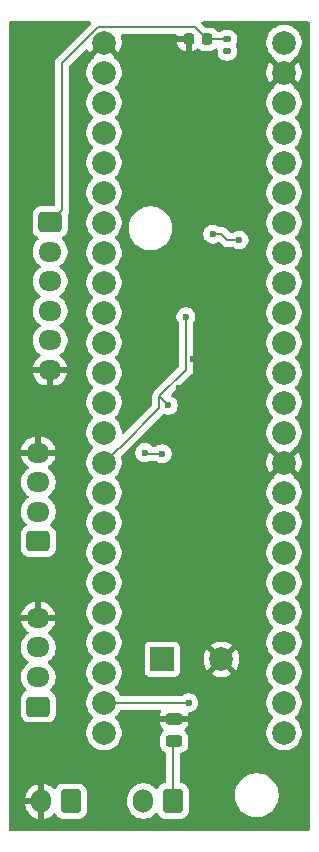
<source format=gbr>
%TF.GenerationSoftware,KiCad,Pcbnew,9.0.4*%
%TF.CreationDate,2025-10-31T11:16:09-04:00*%
%TF.ProjectId,Ethan PCB,45746861-6e20-4504-9342-2e6b69636164,rev?*%
%TF.SameCoordinates,Original*%
%TF.FileFunction,Copper,L1,Top*%
%TF.FilePolarity,Positive*%
%FSLAX46Y46*%
G04 Gerber Fmt 4.6, Leading zero omitted, Abs format (unit mm)*
G04 Created by KiCad (PCBNEW 9.0.4) date 2025-10-31 11:16:09*
%MOMM*%
%LPD*%
G01*
G04 APERTURE LIST*
G04 Aperture macros list*
%AMRoundRect*
0 Rectangle with rounded corners*
0 $1 Rounding radius*
0 $2 $3 $4 $5 $6 $7 $8 $9 X,Y pos of 4 corners*
0 Add a 4 corners polygon primitive as box body*
4,1,4,$2,$3,$4,$5,$6,$7,$8,$9,$2,$3,0*
0 Add four circle primitives for the rounded corners*
1,1,$1+$1,$2,$3*
1,1,$1+$1,$4,$5*
1,1,$1+$1,$6,$7*
1,1,$1+$1,$8,$9*
0 Add four rect primitives between the rounded corners*
20,1,$1+$1,$2,$3,$4,$5,0*
20,1,$1+$1,$4,$5,$6,$7,0*
20,1,$1+$1,$6,$7,$8,$9,0*
20,1,$1+$1,$8,$9,$2,$3,0*%
G04 Aperture macros list end*
%TA.AperFunction,ComponentPad*%
%ADD10RoundRect,0.250000X0.600000X0.750000X-0.600000X0.750000X-0.600000X-0.750000X0.600000X-0.750000X0*%
%TD*%
%TA.AperFunction,ComponentPad*%
%ADD11O,1.700000X2.000000*%
%TD*%
%TA.AperFunction,ComponentPad*%
%ADD12C,2.000000*%
%TD*%
%TA.AperFunction,ComponentPad*%
%ADD13RoundRect,0.250000X-0.725000X0.600000X-0.725000X-0.600000X0.725000X-0.600000X0.725000X0.600000X0*%
%TD*%
%TA.AperFunction,ComponentPad*%
%ADD14O,1.950000X1.700000*%
%TD*%
%TA.AperFunction,SMDPad,CuDef*%
%ADD15RoundRect,0.243750X-0.456250X0.243750X-0.456250X-0.243750X0.456250X-0.243750X0.456250X0.243750X0*%
%TD*%
%TA.AperFunction,ComponentPad*%
%ADD16RoundRect,0.250000X0.725000X-0.600000X0.725000X0.600000X-0.725000X0.600000X-0.725000X-0.600000X0*%
%TD*%
%TA.AperFunction,SMDPad,CuDef*%
%ADD17RoundRect,0.135000X0.185000X-0.135000X0.185000X0.135000X-0.185000X0.135000X-0.185000X-0.135000X0*%
%TD*%
%TA.AperFunction,SMDPad,CuDef*%
%ADD18RoundRect,0.225000X-0.225000X-0.250000X0.225000X-0.250000X0.225000X0.250000X-0.225000X0.250000X0*%
%TD*%
%TA.AperFunction,ComponentPad*%
%ADD19R,2.000000X2.000000*%
%TD*%
%TA.AperFunction,ViaPad*%
%ADD20C,0.600000*%
%TD*%
%TA.AperFunction,Conductor*%
%ADD21C,0.200000*%
%TD*%
G04 APERTURE END LIST*
D10*
%TO.P,J2,1,Pin_1*%
%TO.N,Net-(D1-A)*%
X94900000Y-101500000D03*
D11*
%TO.P,J2,2,Pin_2*%
%TO.N,Net-(J2-Pin_2)*%
X92400000Y-101500000D03*
%TD*%
D12*
%TO.P,Teensy4.1,G2,GND*%
%TO.N,GND*%
X104305000Y-72855000D03*
%TO.P,Teensy4.1,G1,GND*%
X104305000Y-39835000D03*
%TO.P,Teensy4.1,G,GND*%
X89065000Y-37295000D03*
%TO.P,Teensy4.1,41,A17*%
%TO.N,unconnected-(Teensy4.1-A17-Pad41)*%
X104305000Y-75395000D03*
%TO.P,Teensy4.1,40,A16*%
%TO.N,unconnected-(Teensy4.1-A16-Pad40)*%
X104305000Y-77935000D03*
%TO.P,Teensy4.1,39,MISO1*%
%TO.N,unconnected-(Teensy4.1-MISO1-Pad39)*%
X104305000Y-80475000D03*
%TO.P,Teensy4.1,38,CS1*%
%TO.N,unconnected-(Teensy4.1-CS1-Pad38)*%
X104305000Y-83015000D03*
%TO.P,Teensy4.1,37,PWM*%
%TO.N,unconnected-(Teensy4.1-PWM-Pad37)*%
X104305000Y-85555000D03*
%TO.P,Teensy4.1,36,PWM*%
%TO.N,unconnected-(Teensy4.1-PWM-Pad36)*%
X104305000Y-88095000D03*
%TO.P,Teensy4.1,35,TX8*%
%TO.N,unconnected-(Teensy4.1-TX8-Pad35)*%
X104305000Y-90635000D03*
%TO.P,Teensy4.1,34,RX8*%
%TO.N,unconnected-(Teensy4.1-RX8-Pad34)*%
X104305000Y-93175000D03*
%TO.P,Teensy4.1,33,PWM*%
%TO.N,unconnected-(Teensy4.1-PWM-Pad33)*%
X104305000Y-95715000D03*
%TO.P,Teensy4.1,32,GPIO*%
%TO.N,Net-(BZ1-+)*%
X89065000Y-95715000D03*
%TO.P,Teensy4.1,31,GPIO*%
%TO.N,Net-(D2-A)*%
X89065000Y-93175000D03*
%TO.P,Teensy4.1,30,GPIO*%
%TO.N,unconnected-(Teensy4.1-GPIO-Pad30)*%
X89065000Y-90635000D03*
%TO.P,Teensy4.1,29,TX7*%
%TO.N,/<NO NET>*%
X89065000Y-88095000D03*
%TO.P,Teensy4.1,28,RX7*%
%TO.N,/RX2*%
X89065000Y-85555000D03*
%TO.P,Teensy4.1,27,SCK1*%
%TO.N,unconnected-(Teensy4.1-SCK1-Pad27)*%
X89065000Y-83015000D03*
%TO.P,Teensy4.1,26,MOSI1*%
%TO.N,unconnected-(Teensy4.1-MOSI1-Pad26)*%
X89065000Y-80475000D03*
%TO.P,Teensy4.1,25,SDA2*%
%TO.N,unconnected-(Teensy4.1-SDA2-Pad25)*%
X89065000Y-77935000D03*
%TO.P,Teensy4.1,24,SCL2*%
%TO.N,unconnected-(Teensy4.1-SCL2-Pad24)*%
X89065000Y-75395000D03*
%TO.P,Teensy4.1,23,PWM*%
%TO.N,unconnected-(Teensy4.1-PWM-Pad23)*%
X104305000Y-44915000D03*
%TO.P,Teensy4.1,22,PWM*%
%TO.N,unconnected-(Teensy4.1-PWM-Pad22)*%
X104305000Y-47455000D03*
%TO.P,Teensy4.1,21,RX5*%
%TO.N,unconnected-(Teensy4.1-RX5-Pad21)*%
X104305000Y-49995000D03*
%TO.P,Teensy4.1,20,TX5*%
%TO.N,unconnected-(Teensy4.1-TX5-Pad20)*%
X104305000Y-52535000D03*
%TO.P,Teensy4.1,19,SCL*%
%TO.N,SCL*%
X104305000Y-55075000D03*
%TO.P,Teensy4.1,18,SDA*%
%TO.N,SDA*%
X104305000Y-57615000D03*
%TO.P,Teensy4.1,17,A3*%
%TO.N,unconnected-(Teensy4.1-A3-Pad17)*%
X104305000Y-60155000D03*
%TO.P,Teensy4.1,16,A2*%
%TO.N,unconnected-(Teensy4.1-A2-Pad16)*%
X104305000Y-62695000D03*
%TO.P,Teensy4.1,15,A1*%
%TO.N,unconnected-(Teensy4.1-A1-Pad15)*%
X104305000Y-65235000D03*
%TO.P,Teensy4.1,14,A0*%
%TO.N,unconnected-(Teensy4.1-A0-Pad14)*%
X104305000Y-67775000D03*
%TO.P,Teensy4.1,13,SCK*%
%TO.N,unconnected-(Teensy4.1-SCK-Pad13)*%
X104305000Y-70315000D03*
%TO.P,Teensy4.1,12,MISO*%
%TO.N,unconnected-(Teensy4.1-MISO-Pad12)*%
X89065000Y-70315000D03*
%TO.P,Teensy4.1,11,MOSI*%
%TO.N,unconnected-(Teensy4.1-MOSI-Pad11)*%
X89065000Y-67775000D03*
%TO.P,Teensy4.1,10,CS*%
%TO.N,unconnected-(Teensy4.1-CS-Pad10)*%
X89065000Y-65235000D03*
%TO.P,Teensy4.1,9,PWM*%
%TO.N,unconnected-(Teensy4.1-PWM-Pad9)*%
X89065000Y-62695000D03*
%TO.P,Teensy4.1,8,TX2*%
%TO.N,unconnected-(Teensy4.1-TX2-Pad8)*%
X89065000Y-60155000D03*
%TO.P,Teensy4.1,7,RX2*%
%TO.N,unconnected-(Teensy4.1-RX2-Pad7)*%
X89065000Y-57615000D03*
%TO.P,Teensy4.1,6,PWM*%
%TO.N,unconnected-(Teensy4.1-PWM-Pad6)*%
X89065000Y-55075000D03*
%TO.P,Teensy4.1,5V,VIN*%
%TO.N,Net-(D1-A)*%
X104305000Y-37295000D03*
%TO.P,Teensy4.1,5,PWM*%
%TO.N,unconnected-(Teensy4.1-PWM-Pad5)*%
X89065000Y-52535000D03*
%TO.P,Teensy4.1,4,PWM*%
%TO.N,unconnected-(Teensy4.1-PWM-Pad4)*%
X89065000Y-49995000D03*
%TO.P,Teensy4.1,3V1,3.3V*%
%TO.N,+3.3V*%
X104305000Y-42375000D03*
%TO.P,Teensy4.1,3V,3.3V*%
X89065000Y-72855000D03*
%TO.P,Teensy4.1,3,PWM*%
%TO.N,/IO0*%
X89065000Y-47455000D03*
%TO.P,Teensy4.1,2,PWM*%
%TO.N,/EN*%
X89065000Y-44915000D03*
%TO.P,Teensy4.1,1,TX1*%
%TO.N,/TX1*%
X89065000Y-42375000D03*
%TO.P,Teensy4.1,0,RX1*%
%TO.N,/RX1*%
X89065000Y-39835000D03*
%TD*%
D13*
%TO.P,J5,1,Pin_1*%
%TO.N,+3.3V*%
X84500000Y-52500000D03*
D14*
%TO.P,J5,2,Pin_2*%
%TO.N,/TX1*%
X84500000Y-55000000D03*
%TO.P,J5,3,Pin_3*%
%TO.N,/RX1*%
X84500000Y-57500000D03*
%TO.P,J5,4,Pin_4*%
%TO.N,/EN*%
X84500000Y-60000000D03*
%TO.P,J5,5,Pin_5*%
%TO.N,/IO0*%
X84500000Y-62500000D03*
%TO.P,J5,6,Pin_6*%
%TO.N,GND*%
X84500000Y-65000000D03*
%TD*%
D10*
%TO.P,J4,1,Pin_1*%
%TO.N,Net-(J2-Pin_2)*%
X86250000Y-101525000D03*
D11*
%TO.P,J4,2,Pin_2*%
%TO.N,GND*%
X83750000Y-101525000D03*
%TD*%
D15*
%TO.P,D1,1,K*%
%TO.N,GND*%
X95000000Y-94562500D03*
%TO.P,D1,2,A*%
%TO.N,Net-(D1-A)*%
X95000000Y-96437500D03*
%TD*%
D16*
%TO.P,J3,1,Pin_1*%
%TO.N,+3.3V*%
X83500000Y-93500000D03*
D14*
%TO.P,J3,2,Pin_2*%
%TO.N,SDA*%
X83500000Y-91000000D03*
%TO.P,J3,3,Pin_3*%
%TO.N,SCL*%
X83500000Y-88500000D03*
%TO.P,J3,4,Pin_4*%
%TO.N,GND*%
X83500000Y-86000000D03*
%TD*%
D17*
%TO.P,R3,1*%
%TO.N,/EN*%
X99500000Y-38010000D03*
%TO.P,R3,2*%
%TO.N,+3.3V*%
X99500000Y-36990000D03*
%TD*%
D18*
%TO.P,C1,1*%
%TO.N,GND*%
X96225000Y-37000000D03*
%TO.P,C1,2*%
%TO.N,+3.3V*%
X97775000Y-37000000D03*
%TD*%
D16*
%TO.P,J1,1,Pin_1*%
%TO.N,+3.3V*%
X83500000Y-79500000D03*
D14*
%TO.P,J1,2,Pin_2*%
%TO.N,/<NO NET>*%
X83500000Y-77000000D03*
%TO.P,J1,3,Pin_3*%
%TO.N,/RX2*%
X83500000Y-74500000D03*
%TO.P,J1,4,Pin_4*%
%TO.N,GND*%
X83500000Y-72000000D03*
%TD*%
D19*
%TO.P,BZ1,1,+*%
%TO.N,Net-(BZ1-+)*%
X94000000Y-89500000D03*
D12*
%TO.P,BZ1,2,-*%
%TO.N,GND*%
X99000000Y-89500000D03*
%TD*%
D20*
%TO.N,+3.3V*%
X94500000Y-68000000D03*
%TO.N,GND*%
X97775000Y-59000000D03*
X94927775Y-60276305D03*
X91240000Y-41700000D03*
X101937500Y-96500000D03*
X98100000Y-66500000D03*
X96600000Y-64076514D03*
X98000000Y-57400000D03*
X100000000Y-48500000D03*
X99000000Y-72000000D03*
X94500000Y-57725000D03*
X97600000Y-62500000D03*
X96500000Y-55000000D03*
X96725000Y-53500000D03*
X98775000Y-61000000D03*
X99000000Y-68000000D03*
X95400000Y-66500000D03*
%TO.N,+3.3V*%
X100500000Y-54000000D03*
X97775000Y-37000000D03*
X96000000Y-60500000D03*
X98275000Y-53500000D03*
%TO.N,Net-(D2-A)*%
X96237500Y-93175000D03*
%TO.N,SCL*%
X94000000Y-72090000D03*
X92500000Y-72000000D03*
%TO.N,/EN*%
X99500000Y-38010000D03*
%TD*%
D21*
%TO.N,+3.3V*%
X90384000Y-71616000D02*
X90304000Y-71616000D01*
X93750000Y-68250000D02*
X90384000Y-71616000D01*
X90304000Y-71616000D02*
X89065000Y-72855000D01*
X93750000Y-67250000D02*
X93750000Y-68250000D01*
X94500000Y-68000000D02*
X93750000Y-67250000D01*
%TO.N,GND*%
X91240000Y-42800000D02*
X92340000Y-42800000D01*
X92890000Y-43350000D02*
X92340000Y-43900000D01*
X91240000Y-43900000D02*
X91240000Y-41700000D01*
X92340000Y-41700000D02*
X92340000Y-42800000D01*
X91240000Y-43900000D02*
X90690000Y-43350000D01*
X92340000Y-42800000D02*
X92890000Y-43350000D01*
X91240000Y-43900000D02*
X91790000Y-43350000D01*
X92340000Y-42800000D02*
X91790000Y-43350000D01*
X90690000Y-42250000D02*
X90690000Y-43350000D01*
X92340000Y-43900000D02*
X91240000Y-43900000D01*
X92340000Y-42800000D02*
X92890000Y-42250000D01*
X91790000Y-43350000D02*
X90690000Y-43350000D01*
X92340000Y-43900000D02*
X92340000Y-42800000D01*
X99000000Y-68000000D02*
X98500000Y-68000000D01*
X91240000Y-42800000D02*
X92340000Y-43900000D01*
X92340000Y-41700000D02*
X90690000Y-43350000D01*
X92890000Y-43350000D02*
X92890000Y-42250000D01*
X91240000Y-41700000D02*
X92890000Y-43350000D01*
X92340000Y-43900000D02*
X91790000Y-43350000D01*
X90690000Y-42250000D02*
X92340000Y-43900000D01*
X91240000Y-41700000D02*
X92340000Y-41700000D01*
X92890000Y-42250000D02*
X90690000Y-42250000D01*
%TO.N,+3.3V*%
X97775000Y-37000000D02*
X96769000Y-35994000D01*
X85500000Y-51500000D02*
X84500000Y-52500000D01*
X96000000Y-60500000D02*
X96000000Y-65000000D01*
X96769000Y-35994000D02*
X88526108Y-35994000D01*
X88526108Y-35994000D02*
X85500000Y-39020108D01*
X99500000Y-54000000D02*
X99000000Y-53500000D01*
X96000000Y-65000000D02*
X93750000Y-67250000D01*
X100500000Y-54000000D02*
X99500000Y-54000000D01*
X99000000Y-53500000D02*
X98275000Y-53500000D01*
X85500000Y-39020108D02*
X85500000Y-51500000D01*
X97785000Y-36990000D02*
X97775000Y-37000000D01*
X99500000Y-36990000D02*
X97785000Y-36990000D01*
%TO.N,Net-(D1-A)*%
X94900000Y-101500000D02*
X94900000Y-96537500D01*
X94900000Y-96537500D02*
X95000000Y-96437500D01*
%TO.N,Net-(D2-A)*%
X96237500Y-93175000D02*
X89065000Y-93175000D01*
X89065000Y-93372500D02*
X89065000Y-93175000D01*
%TO.N,Net-(J2-Pin_2)*%
X86275000Y-101500000D02*
X86250000Y-101525000D01*
%TO.N,SDA*%
X104420000Y-57500000D02*
X104305000Y-57615000D01*
%TO.N,SCL*%
X104380000Y-55000000D02*
X104305000Y-55075000D01*
X92590000Y-72090000D02*
X94000000Y-72090000D01*
X92500000Y-72000000D02*
X92590000Y-72090000D01*
%TO.N,/IO0*%
X88435900Y-47455000D02*
X89065000Y-47455000D01*
%TD*%
%TA.AperFunction,Conductor*%
%TO.N,GND*%
G36*
X87938049Y-35520185D02*
G01*
X87983804Y-35572989D01*
X87993748Y-35642147D01*
X87964723Y-35705703D01*
X87958691Y-35712181D01*
X85019481Y-38651390D01*
X85019475Y-38651398D01*
X84972440Y-38732867D01*
X84972440Y-38732868D01*
X84940423Y-38788322D01*
X84940423Y-38788323D01*
X84899499Y-38941051D01*
X84899499Y-38941053D01*
X84899499Y-39109154D01*
X84899500Y-39109167D01*
X84899500Y-51025500D01*
X84879815Y-51092539D01*
X84827011Y-51138294D01*
X84775500Y-51149500D01*
X83724998Y-51149500D01*
X83724981Y-51149501D01*
X83622203Y-51160000D01*
X83622200Y-51160001D01*
X83455668Y-51215185D01*
X83455663Y-51215187D01*
X83306342Y-51307289D01*
X83182289Y-51431342D01*
X83090187Y-51580663D01*
X83090185Y-51580668D01*
X83062349Y-51664670D01*
X83035001Y-51747203D01*
X83035001Y-51747204D01*
X83035000Y-51747204D01*
X83024500Y-51849983D01*
X83024500Y-53150001D01*
X83024501Y-53150018D01*
X83035000Y-53252796D01*
X83035001Y-53252799D01*
X83090185Y-53419331D01*
X83090187Y-53419336D01*
X83182289Y-53568657D01*
X83306344Y-53692712D01*
X83461120Y-53788178D01*
X83507845Y-53840126D01*
X83519068Y-53909088D01*
X83491224Y-53973171D01*
X83483706Y-53981398D01*
X83344889Y-54120215D01*
X83219951Y-54292179D01*
X83123444Y-54481585D01*
X83123443Y-54481587D01*
X83123443Y-54481588D01*
X83117783Y-54499008D01*
X83057753Y-54683760D01*
X83024500Y-54893713D01*
X83024500Y-55106286D01*
X83057753Y-55316239D01*
X83123444Y-55518414D01*
X83219951Y-55707820D01*
X83344890Y-55879786D01*
X83495209Y-56030105D01*
X83495214Y-56030109D01*
X83659793Y-56149682D01*
X83702459Y-56205011D01*
X83708438Y-56274625D01*
X83675833Y-56336420D01*
X83659793Y-56350318D01*
X83495214Y-56469890D01*
X83495209Y-56469894D01*
X83344890Y-56620213D01*
X83219951Y-56792179D01*
X83123444Y-56981585D01*
X83057753Y-57183760D01*
X83024500Y-57393713D01*
X83024500Y-57606286D01*
X83057753Y-57816239D01*
X83123444Y-58018414D01*
X83219951Y-58207820D01*
X83344890Y-58379786D01*
X83495209Y-58530105D01*
X83495214Y-58530109D01*
X83659793Y-58649682D01*
X83702459Y-58705011D01*
X83708438Y-58774625D01*
X83675833Y-58836420D01*
X83659793Y-58850318D01*
X83495214Y-58969890D01*
X83495209Y-58969894D01*
X83344890Y-59120213D01*
X83219951Y-59292179D01*
X83123444Y-59481585D01*
X83057753Y-59683760D01*
X83024500Y-59893713D01*
X83024500Y-60106286D01*
X83050919Y-60273092D01*
X83057754Y-60316243D01*
X83091841Y-60421153D01*
X83123444Y-60518414D01*
X83219951Y-60707820D01*
X83344890Y-60879786D01*
X83495209Y-61030105D01*
X83495214Y-61030109D01*
X83659793Y-61149682D01*
X83702459Y-61205011D01*
X83708438Y-61274625D01*
X83675833Y-61336420D01*
X83659793Y-61350318D01*
X83495214Y-61469890D01*
X83495209Y-61469894D01*
X83344890Y-61620213D01*
X83219951Y-61792179D01*
X83123444Y-61981585D01*
X83057753Y-62183760D01*
X83024500Y-62393713D01*
X83024500Y-62606286D01*
X83057753Y-62816239D01*
X83123444Y-63018414D01*
X83219951Y-63207820D01*
X83344890Y-63379786D01*
X83495209Y-63530105D01*
X83495214Y-63530109D01*
X83660218Y-63649991D01*
X83702884Y-63705320D01*
X83708863Y-63774934D01*
X83676258Y-63836729D01*
X83660218Y-63850627D01*
X83495540Y-63970272D01*
X83495535Y-63970276D01*
X83345276Y-64120535D01*
X83345272Y-64120540D01*
X83220379Y-64292442D01*
X83123904Y-64481782D01*
X83058242Y-64683870D01*
X83058242Y-64683873D01*
X83047769Y-64750000D01*
X84095854Y-64750000D01*
X84057370Y-64816657D01*
X84025000Y-64937465D01*
X84025000Y-65062535D01*
X84057370Y-65183343D01*
X84095854Y-65250000D01*
X83047769Y-65250000D01*
X83058242Y-65316126D01*
X83058242Y-65316129D01*
X83123904Y-65518217D01*
X83220379Y-65707557D01*
X83345272Y-65879459D01*
X83345276Y-65879464D01*
X83495535Y-66029723D01*
X83495540Y-66029727D01*
X83667442Y-66154620D01*
X83856782Y-66251095D01*
X84058872Y-66316757D01*
X84250000Y-66347029D01*
X84250000Y-65404145D01*
X84316657Y-65442630D01*
X84437465Y-65475000D01*
X84562535Y-65475000D01*
X84683343Y-65442630D01*
X84750000Y-65404145D01*
X84750000Y-66347028D01*
X84941127Y-66316757D01*
X85143217Y-66251095D01*
X85332557Y-66154620D01*
X85504459Y-66029727D01*
X85504464Y-66029723D01*
X85654723Y-65879464D01*
X85654727Y-65879459D01*
X85779620Y-65707557D01*
X85876095Y-65518217D01*
X85941757Y-65316129D01*
X85941757Y-65316126D01*
X85952231Y-65250000D01*
X84904146Y-65250000D01*
X84942630Y-65183343D01*
X84975000Y-65062535D01*
X84975000Y-64937465D01*
X84942630Y-64816657D01*
X84904146Y-64750000D01*
X85952231Y-64750000D01*
X85941757Y-64683873D01*
X85941757Y-64683870D01*
X85876095Y-64481782D01*
X85779620Y-64292442D01*
X85654727Y-64120540D01*
X85654723Y-64120535D01*
X85504464Y-63970276D01*
X85504459Y-63970272D01*
X85339781Y-63850627D01*
X85297115Y-63795297D01*
X85291136Y-63725684D01*
X85323741Y-63663889D01*
X85339776Y-63649994D01*
X85504792Y-63530104D01*
X85655104Y-63379792D01*
X85655106Y-63379788D01*
X85655109Y-63379786D01*
X85780048Y-63207820D01*
X85780047Y-63207820D01*
X85780051Y-63207816D01*
X85876557Y-63018412D01*
X85942246Y-62816243D01*
X85975500Y-62606287D01*
X85975500Y-62393713D01*
X85942246Y-62183757D01*
X85876557Y-61981588D01*
X85780051Y-61792184D01*
X85780049Y-61792181D01*
X85780048Y-61792179D01*
X85655109Y-61620213D01*
X85504792Y-61469896D01*
X85504784Y-61469890D01*
X85340204Y-61350316D01*
X85297540Y-61294989D01*
X85291561Y-61225376D01*
X85324166Y-61163580D01*
X85340199Y-61149686D01*
X85504792Y-61030104D01*
X85655104Y-60879792D01*
X85655106Y-60879788D01*
X85655109Y-60879786D01*
X85780048Y-60707820D01*
X85780047Y-60707820D01*
X85780051Y-60707816D01*
X85876557Y-60518412D01*
X85942246Y-60316243D01*
X85975500Y-60106287D01*
X85975500Y-59893713D01*
X85942246Y-59683757D01*
X85876557Y-59481588D01*
X85780051Y-59292184D01*
X85780049Y-59292181D01*
X85780048Y-59292179D01*
X85655109Y-59120213D01*
X85504792Y-58969896D01*
X85449864Y-58929989D01*
X85340204Y-58850316D01*
X85297540Y-58794989D01*
X85291561Y-58725376D01*
X85324166Y-58663580D01*
X85340199Y-58649686D01*
X85504792Y-58530104D01*
X85655104Y-58379792D01*
X85655106Y-58379788D01*
X85655109Y-58379786D01*
X85780048Y-58207820D01*
X85780047Y-58207820D01*
X85780051Y-58207816D01*
X85876557Y-58018412D01*
X85942246Y-57816243D01*
X85975500Y-57606287D01*
X85975500Y-57393713D01*
X85942246Y-57183757D01*
X85876557Y-56981588D01*
X85780051Y-56792184D01*
X85780049Y-56792181D01*
X85780048Y-56792179D01*
X85655109Y-56620213D01*
X85504792Y-56469896D01*
X85451835Y-56431421D01*
X85340204Y-56350316D01*
X85297540Y-56294989D01*
X85291561Y-56225376D01*
X85324166Y-56163580D01*
X85340199Y-56149686D01*
X85504792Y-56030104D01*
X85655104Y-55879792D01*
X85655106Y-55879788D01*
X85655109Y-55879786D01*
X85780048Y-55707820D01*
X85780047Y-55707820D01*
X85780051Y-55707816D01*
X85876557Y-55518412D01*
X85942246Y-55316243D01*
X85975500Y-55106287D01*
X85975500Y-54893713D01*
X85942246Y-54683757D01*
X85876557Y-54481588D01*
X85780051Y-54292184D01*
X85780049Y-54292181D01*
X85780048Y-54292179D01*
X85655109Y-54120213D01*
X85516294Y-53981398D01*
X85482809Y-53920075D01*
X85487793Y-53850383D01*
X85529665Y-53794450D01*
X85538879Y-53788178D01*
X85544331Y-53784814D01*
X85544334Y-53784814D01*
X85693656Y-53692712D01*
X85817712Y-53568656D01*
X85909814Y-53419334D01*
X85964999Y-53252797D01*
X85975500Y-53150009D01*
X85975499Y-51910636D01*
X85992111Y-51848638D01*
X86059577Y-51731784D01*
X86100501Y-51579057D01*
X86100501Y-51420942D01*
X86100501Y-51413347D01*
X86100500Y-51413329D01*
X86100500Y-39320204D01*
X86120185Y-39253165D01*
X86136814Y-39232528D01*
X87494690Y-37874652D01*
X87556009Y-37841170D01*
X87625701Y-37846154D01*
X87681634Y-37888026D01*
X87692852Y-37906041D01*
X87782087Y-38081174D01*
X87842338Y-38164104D01*
X87842340Y-38164105D01*
X88573871Y-37432574D01*
X88589755Y-37491853D01*
X88656898Y-37608147D01*
X88751853Y-37703102D01*
X88868147Y-37770245D01*
X88927425Y-37786128D01*
X88195893Y-38517658D01*
X88197448Y-38537405D01*
X88183084Y-38605783D01*
X88146717Y-38647451D01*
X88087490Y-38690482D01*
X87920485Y-38857487D01*
X87920485Y-38857488D01*
X87920483Y-38857490D01*
X87860862Y-38939550D01*
X87781657Y-39048566D01*
X87674433Y-39259003D01*
X87601446Y-39483631D01*
X87564500Y-39716902D01*
X87564500Y-39953097D01*
X87601446Y-40186368D01*
X87674433Y-40410996D01*
X87781519Y-40621163D01*
X87781657Y-40621433D01*
X87920483Y-40812510D01*
X88087490Y-40979517D01*
X88122127Y-41004683D01*
X88164792Y-41060013D01*
X88170771Y-41129626D01*
X88138165Y-41191421D01*
X88122130Y-41205315D01*
X88104365Y-41218222D01*
X88087488Y-41230484D01*
X87920485Y-41397487D01*
X87920485Y-41397488D01*
X87920483Y-41397490D01*
X87860862Y-41479550D01*
X87781657Y-41588566D01*
X87674433Y-41799003D01*
X87601446Y-42023631D01*
X87564500Y-42256902D01*
X87564500Y-42493097D01*
X87601446Y-42726368D01*
X87674433Y-42950996D01*
X87781657Y-43161433D01*
X87920483Y-43352510D01*
X88087490Y-43519517D01*
X88122127Y-43544683D01*
X88164792Y-43600013D01*
X88170771Y-43669626D01*
X88138165Y-43731421D01*
X88122130Y-43745315D01*
X88104365Y-43758222D01*
X88087488Y-43770484D01*
X87920485Y-43937487D01*
X87920485Y-43937488D01*
X87920483Y-43937490D01*
X87860862Y-44019550D01*
X87781657Y-44128566D01*
X87674433Y-44339003D01*
X87601446Y-44563631D01*
X87564500Y-44796902D01*
X87564500Y-45033097D01*
X87601446Y-45266368D01*
X87674433Y-45490996D01*
X87781657Y-45701433D01*
X87920483Y-45892510D01*
X88087490Y-46059517D01*
X88122127Y-46084683D01*
X88164792Y-46140013D01*
X88170771Y-46209626D01*
X88138165Y-46271421D01*
X88122130Y-46285315D01*
X88104365Y-46298222D01*
X88087488Y-46310484D01*
X87920485Y-46477487D01*
X87920485Y-46477488D01*
X87920483Y-46477490D01*
X87860862Y-46559550D01*
X87781657Y-46668566D01*
X87674433Y-46879003D01*
X87601446Y-47103631D01*
X87564500Y-47336902D01*
X87564500Y-47573097D01*
X87601446Y-47806368D01*
X87674433Y-48030996D01*
X87781657Y-48241433D01*
X87920483Y-48432510D01*
X88087490Y-48599517D01*
X88122127Y-48624683D01*
X88164792Y-48680013D01*
X88170771Y-48749626D01*
X88138165Y-48811421D01*
X88122130Y-48825315D01*
X88104365Y-48838222D01*
X88087488Y-48850484D01*
X87920485Y-49017487D01*
X87920485Y-49017488D01*
X87920483Y-49017490D01*
X87860862Y-49099550D01*
X87781657Y-49208566D01*
X87674433Y-49419003D01*
X87601446Y-49643631D01*
X87564500Y-49876902D01*
X87564500Y-50113097D01*
X87601446Y-50346368D01*
X87674433Y-50570996D01*
X87781657Y-50781433D01*
X87920483Y-50972510D01*
X88087490Y-51139517D01*
X88122127Y-51164683D01*
X88164792Y-51220013D01*
X88170771Y-51289626D01*
X88138165Y-51351421D01*
X88122130Y-51365315D01*
X88104365Y-51378222D01*
X88087488Y-51390484D01*
X87920485Y-51557487D01*
X87920485Y-51557488D01*
X87920483Y-51557490D01*
X87885431Y-51605735D01*
X87781657Y-51748566D01*
X87674433Y-51959003D01*
X87601446Y-52183631D01*
X87564500Y-52416902D01*
X87564500Y-52653097D01*
X87601446Y-52886368D01*
X87674433Y-53110996D01*
X87746685Y-53252797D01*
X87781657Y-53321433D01*
X87920483Y-53512510D01*
X88087490Y-53679517D01*
X88122127Y-53704683D01*
X88164792Y-53760013D01*
X88170771Y-53829626D01*
X88138165Y-53891421D01*
X88122130Y-53905315D01*
X88104365Y-53918222D01*
X88087488Y-53930484D01*
X87920485Y-54097487D01*
X87920485Y-54097488D01*
X87920483Y-54097490D01*
X87902831Y-54121786D01*
X87781657Y-54288566D01*
X87674433Y-54499003D01*
X87601446Y-54723631D01*
X87564500Y-54956902D01*
X87564500Y-55193097D01*
X87601446Y-55426368D01*
X87674433Y-55650996D01*
X87703385Y-55707816D01*
X87781657Y-55861433D01*
X87920483Y-56052510D01*
X88087490Y-56219517D01*
X88122127Y-56244683D01*
X88164792Y-56300013D01*
X88170771Y-56369626D01*
X88138165Y-56431421D01*
X88122130Y-56445315D01*
X88104365Y-56458222D01*
X88087488Y-56470484D01*
X87920485Y-56637487D01*
X87920485Y-56637488D01*
X87920483Y-56637490D01*
X87860862Y-56719550D01*
X87781657Y-56828566D01*
X87674433Y-57039003D01*
X87601446Y-57263631D01*
X87564500Y-57496902D01*
X87564500Y-57733097D01*
X87601446Y-57966368D01*
X87674433Y-58190996D01*
X87770627Y-58379786D01*
X87781657Y-58401433D01*
X87920483Y-58592510D01*
X88087490Y-58759517D01*
X88122127Y-58784683D01*
X88164792Y-58840013D01*
X88170771Y-58909626D01*
X88138165Y-58971421D01*
X88122130Y-58985315D01*
X88104365Y-58998222D01*
X88087488Y-59010484D01*
X87920485Y-59177487D01*
X87920485Y-59177488D01*
X87920483Y-59177490D01*
X87860862Y-59259550D01*
X87781657Y-59368566D01*
X87674433Y-59579003D01*
X87601446Y-59803631D01*
X87564500Y-60036902D01*
X87564500Y-60273097D01*
X87601446Y-60506368D01*
X87674433Y-60730996D01*
X87749933Y-60879172D01*
X87781657Y-60941433D01*
X87920483Y-61132510D01*
X88087490Y-61299517D01*
X88122127Y-61324683D01*
X88164792Y-61380013D01*
X88170771Y-61449626D01*
X88138165Y-61511421D01*
X88122130Y-61525315D01*
X88104365Y-61538222D01*
X88087488Y-61550484D01*
X87920485Y-61717487D01*
X87920485Y-61717488D01*
X87920483Y-61717490D01*
X87860862Y-61799550D01*
X87781657Y-61908566D01*
X87674433Y-62119003D01*
X87601446Y-62343631D01*
X87564500Y-62576902D01*
X87564500Y-62813097D01*
X87601446Y-63046368D01*
X87674433Y-63270996D01*
X87729865Y-63379786D01*
X87781657Y-63481433D01*
X87920483Y-63672510D01*
X88087490Y-63839517D01*
X88122127Y-63864683D01*
X88164792Y-63920013D01*
X88170771Y-63989626D01*
X88138165Y-64051421D01*
X88122130Y-64065315D01*
X88104365Y-64078222D01*
X88087488Y-64090484D01*
X87920485Y-64257487D01*
X87920485Y-64257488D01*
X87920483Y-64257490D01*
X87895089Y-64292442D01*
X87781657Y-64448566D01*
X87674433Y-64659003D01*
X87601446Y-64883631D01*
X87564500Y-65116902D01*
X87564500Y-65353097D01*
X87601446Y-65586368D01*
X87674433Y-65810996D01*
X87709320Y-65879464D01*
X87781657Y-66021433D01*
X87920483Y-66212510D01*
X88087490Y-66379517D01*
X88122127Y-66404683D01*
X88164792Y-66460013D01*
X88170771Y-66529626D01*
X88138165Y-66591421D01*
X88122130Y-66605315D01*
X88104365Y-66618222D01*
X88087488Y-66630484D01*
X87920485Y-66797487D01*
X87920485Y-66797488D01*
X87920483Y-66797490D01*
X87860862Y-66879550D01*
X87781657Y-66988566D01*
X87674433Y-67199003D01*
X87601446Y-67423631D01*
X87564500Y-67656902D01*
X87564500Y-67893097D01*
X87601446Y-68126368D01*
X87674433Y-68350996D01*
X87755597Y-68510288D01*
X87781657Y-68561433D01*
X87920483Y-68752510D01*
X88087490Y-68919517D01*
X88122127Y-68944683D01*
X88164792Y-69000013D01*
X88170771Y-69069626D01*
X88138165Y-69131421D01*
X88122130Y-69145315D01*
X88104365Y-69158222D01*
X88087488Y-69170484D01*
X87920485Y-69337487D01*
X87920485Y-69337488D01*
X87920483Y-69337490D01*
X87860862Y-69419550D01*
X87781657Y-69528566D01*
X87674433Y-69739003D01*
X87601446Y-69963631D01*
X87564500Y-70196902D01*
X87564500Y-70433097D01*
X87601446Y-70666368D01*
X87674433Y-70890996D01*
X87714827Y-70970272D01*
X87781657Y-71101433D01*
X87920483Y-71292510D01*
X88087490Y-71459517D01*
X88122127Y-71484683D01*
X88164792Y-71540013D01*
X88170771Y-71609626D01*
X88138165Y-71671421D01*
X88122130Y-71685315D01*
X88104365Y-71698222D01*
X88087488Y-71710484D01*
X87920485Y-71877487D01*
X87920485Y-71877488D01*
X87920483Y-71877490D01*
X87860862Y-71959550D01*
X87781657Y-72068566D01*
X87674433Y-72279003D01*
X87601446Y-72503631D01*
X87564500Y-72736902D01*
X87564500Y-72973097D01*
X87601446Y-73206368D01*
X87674433Y-73430996D01*
X87770842Y-73620208D01*
X87781657Y-73641433D01*
X87920483Y-73832510D01*
X88087490Y-73999517D01*
X88122127Y-74024683D01*
X88164792Y-74080013D01*
X88170771Y-74149626D01*
X88138165Y-74211421D01*
X88122130Y-74225315D01*
X88104365Y-74238222D01*
X88087488Y-74250484D01*
X87920485Y-74417487D01*
X87920485Y-74417488D01*
X87920483Y-74417490D01*
X87860862Y-74499550D01*
X87781657Y-74608566D01*
X87674433Y-74819003D01*
X87601446Y-75043631D01*
X87564500Y-75276902D01*
X87564500Y-75513097D01*
X87601446Y-75746368D01*
X87674433Y-75970996D01*
X87750461Y-76120208D01*
X87781657Y-76181433D01*
X87920483Y-76372510D01*
X88087490Y-76539517D01*
X88122127Y-76564683D01*
X88164792Y-76620013D01*
X88170771Y-76689626D01*
X88138165Y-76751421D01*
X88122130Y-76765315D01*
X88104365Y-76778222D01*
X88087488Y-76790484D01*
X87920485Y-76957487D01*
X87920485Y-76957488D01*
X87920483Y-76957490D01*
X87860862Y-77039550D01*
X87781657Y-77148566D01*
X87674433Y-77359003D01*
X87601446Y-77583631D01*
X87564500Y-77816902D01*
X87564500Y-78053097D01*
X87601446Y-78286368D01*
X87674433Y-78510996D01*
X87781657Y-78721433D01*
X87920483Y-78912510D01*
X88087490Y-79079517D01*
X88122127Y-79104683D01*
X88164792Y-79160013D01*
X88170771Y-79229626D01*
X88138165Y-79291421D01*
X88122130Y-79305315D01*
X88104365Y-79318222D01*
X88087488Y-79330484D01*
X87920485Y-79497487D01*
X87920485Y-79497488D01*
X87920483Y-79497490D01*
X87860862Y-79579550D01*
X87781657Y-79688566D01*
X87674433Y-79899003D01*
X87601446Y-80123631D01*
X87564500Y-80356902D01*
X87564500Y-80593097D01*
X87601446Y-80826368D01*
X87674433Y-81050996D01*
X87781657Y-81261433D01*
X87920483Y-81452510D01*
X88087490Y-81619517D01*
X88122127Y-81644683D01*
X88164792Y-81700013D01*
X88170771Y-81769626D01*
X88138165Y-81831421D01*
X88122130Y-81845315D01*
X88104365Y-81858222D01*
X88087488Y-81870484D01*
X87920485Y-82037487D01*
X87920485Y-82037488D01*
X87920483Y-82037490D01*
X87860862Y-82119550D01*
X87781657Y-82228566D01*
X87674433Y-82439003D01*
X87601446Y-82663631D01*
X87564500Y-82896902D01*
X87564500Y-83133097D01*
X87601446Y-83366368D01*
X87674433Y-83590996D01*
X87781657Y-83801433D01*
X87920483Y-83992510D01*
X88087490Y-84159517D01*
X88122127Y-84184683D01*
X88164792Y-84240013D01*
X88170771Y-84309626D01*
X88138165Y-84371421D01*
X88122130Y-84385315D01*
X88104365Y-84398222D01*
X88087488Y-84410484D01*
X87920485Y-84577487D01*
X87920485Y-84577488D01*
X87920483Y-84577490D01*
X87865644Y-84652969D01*
X87781657Y-84768566D01*
X87674433Y-84979003D01*
X87601446Y-85203631D01*
X87564500Y-85436902D01*
X87564500Y-85673097D01*
X87601446Y-85906368D01*
X87674433Y-86130996D01*
X87756295Y-86291657D01*
X87781657Y-86341433D01*
X87920483Y-86532510D01*
X88087490Y-86699517D01*
X88122127Y-86724683D01*
X88164792Y-86780013D01*
X88170771Y-86849626D01*
X88138165Y-86911421D01*
X88122130Y-86925315D01*
X88104365Y-86938222D01*
X88087488Y-86950484D01*
X87920485Y-87117487D01*
X87920485Y-87117488D01*
X87920483Y-87117490D01*
X87887222Y-87163270D01*
X87781657Y-87308566D01*
X87674433Y-87519003D01*
X87601446Y-87743631D01*
X87564500Y-87976902D01*
X87564500Y-88213097D01*
X87601446Y-88446368D01*
X87674433Y-88670996D01*
X87748439Y-88816239D01*
X87781657Y-88881433D01*
X87920483Y-89072510D01*
X88087490Y-89239517D01*
X88122127Y-89264683D01*
X88164792Y-89320013D01*
X88170771Y-89389626D01*
X88138165Y-89451421D01*
X88122130Y-89465315D01*
X88104365Y-89478222D01*
X88087488Y-89490484D01*
X87920485Y-89657487D01*
X87920485Y-89657488D01*
X87920483Y-89657490D01*
X87885957Y-89705011D01*
X87781657Y-89848566D01*
X87674433Y-90059003D01*
X87601446Y-90283631D01*
X87564500Y-90516902D01*
X87564500Y-90753097D01*
X87601446Y-90986368D01*
X87674433Y-91210996D01*
X87728060Y-91316243D01*
X87781657Y-91421433D01*
X87920483Y-91612510D01*
X88087490Y-91779517D01*
X88122127Y-91804683D01*
X88164792Y-91860013D01*
X88170771Y-91929626D01*
X88138165Y-91991421D01*
X88122130Y-92005315D01*
X88104365Y-92018222D01*
X88087488Y-92030484D01*
X87920485Y-92197487D01*
X87920485Y-92197488D01*
X87920483Y-92197490D01*
X87914628Y-92205549D01*
X87781657Y-92388566D01*
X87674433Y-92599003D01*
X87601446Y-92823631D01*
X87564500Y-93056902D01*
X87564500Y-93293097D01*
X87601446Y-93526368D01*
X87674433Y-93750996D01*
X87742405Y-93884397D01*
X87781657Y-93961433D01*
X87920483Y-94152510D01*
X88087490Y-94319517D01*
X88122127Y-94344683D01*
X88164792Y-94400013D01*
X88170771Y-94469626D01*
X88138165Y-94531421D01*
X88122130Y-94545315D01*
X88104365Y-94558222D01*
X88087488Y-94570484D01*
X87920485Y-94737487D01*
X87920485Y-94737488D01*
X87920483Y-94737490D01*
X87886100Y-94784814D01*
X87781657Y-94928566D01*
X87674433Y-95139003D01*
X87601446Y-95363631D01*
X87564500Y-95596902D01*
X87564500Y-95833097D01*
X87601446Y-96066368D01*
X87674433Y-96290996D01*
X87781657Y-96501433D01*
X87920483Y-96692510D01*
X88087490Y-96859517D01*
X88278567Y-96998343D01*
X88377991Y-97049002D01*
X88489003Y-97105566D01*
X88489005Y-97105566D01*
X88489008Y-97105568D01*
X88609412Y-97144689D01*
X88713631Y-97178553D01*
X88946903Y-97215500D01*
X88946908Y-97215500D01*
X89183097Y-97215500D01*
X89416368Y-97178553D01*
X89640992Y-97105568D01*
X89851433Y-96998343D01*
X90042510Y-96859517D01*
X90209517Y-96692510D01*
X90348343Y-96501433D01*
X90455568Y-96290992D01*
X90528553Y-96066368D01*
X90558534Y-95877075D01*
X90565500Y-95833097D01*
X90565500Y-95596902D01*
X90528553Y-95363631D01*
X90455566Y-95139003D01*
X90348342Y-94928566D01*
X90295485Y-94855815D01*
X90209517Y-94737490D01*
X90042510Y-94570483D01*
X90007872Y-94545317D01*
X89965207Y-94489989D01*
X89959228Y-94420375D01*
X89991833Y-94358580D01*
X90007873Y-94344682D01*
X90042510Y-94319517D01*
X90209517Y-94152510D01*
X90348343Y-93961433D01*
X90408583Y-93843204D01*
X90456558Y-93792409D01*
X90519068Y-93775500D01*
X93782805Y-93775500D01*
X93849844Y-93795185D01*
X93895599Y-93847989D01*
X93905543Y-93917147D01*
X93888343Y-93964598D01*
X93865097Y-94002283D01*
X93865094Y-94002290D01*
X93810407Y-94167326D01*
X93800000Y-94269184D01*
X93800000Y-94312500D01*
X96200000Y-94312500D01*
X96200000Y-94269197D01*
X96199999Y-94269184D01*
X96189593Y-94167327D01*
X96180042Y-94138505D01*
X96177640Y-94068676D01*
X96213371Y-94008634D01*
X96275891Y-93977441D01*
X96297748Y-93975500D01*
X96316344Y-93975500D01*
X96316345Y-93975499D01*
X96470997Y-93944737D01*
X96616679Y-93884394D01*
X96747789Y-93796789D01*
X96859289Y-93685289D01*
X96946894Y-93554179D01*
X97007237Y-93408497D01*
X97038000Y-93253842D01*
X97038000Y-93096158D01*
X97038000Y-93096155D01*
X97037999Y-93096153D01*
X97007238Y-92941510D01*
X97007237Y-92941503D01*
X96969335Y-92849998D01*
X96946897Y-92795827D01*
X96946890Y-92795814D01*
X96859289Y-92664711D01*
X96859286Y-92664707D01*
X96747792Y-92553213D01*
X96747788Y-92553210D01*
X96616685Y-92465609D01*
X96616672Y-92465602D01*
X96471001Y-92405264D01*
X96470989Y-92405261D01*
X96316345Y-92374500D01*
X96316342Y-92374500D01*
X96158658Y-92374500D01*
X96158655Y-92374500D01*
X96004010Y-92405261D01*
X96003998Y-92405264D01*
X95858327Y-92465602D01*
X95858314Y-92465609D01*
X95726625Y-92553602D01*
X95659947Y-92574480D01*
X95657734Y-92574500D01*
X90519068Y-92574500D01*
X90452029Y-92554815D01*
X90408583Y-92506795D01*
X90370138Y-92431342D01*
X90348343Y-92388567D01*
X90209517Y-92197490D01*
X90042510Y-92030483D01*
X90007872Y-92005317D01*
X89965207Y-91949989D01*
X89959228Y-91880375D01*
X89991833Y-91818580D01*
X90007873Y-91804682D01*
X90042510Y-91779517D01*
X90209517Y-91612510D01*
X90348343Y-91421433D01*
X90455568Y-91210992D01*
X90528553Y-90986368D01*
X90543800Y-90890102D01*
X90565500Y-90753097D01*
X90565500Y-90516902D01*
X90528553Y-90283631D01*
X90475453Y-90120208D01*
X90455568Y-90059008D01*
X90455566Y-90059005D01*
X90455566Y-90059003D01*
X90350884Y-89853554D01*
X90348343Y-89848567D01*
X90209517Y-89657490D01*
X90042510Y-89490483D01*
X90007872Y-89465317D01*
X89965207Y-89409989D01*
X89959228Y-89340375D01*
X89991833Y-89278580D01*
X90007873Y-89264682D01*
X90042510Y-89239517D01*
X90209517Y-89072510D01*
X90348343Y-88881433D01*
X90455568Y-88670992D01*
X90526679Y-88452135D01*
X92499500Y-88452135D01*
X92499500Y-90547870D01*
X92499501Y-90547876D01*
X92505908Y-90607483D01*
X92556202Y-90742328D01*
X92556206Y-90742335D01*
X92642452Y-90857544D01*
X92642455Y-90857547D01*
X92757664Y-90943793D01*
X92757671Y-90943797D01*
X92892517Y-90994091D01*
X92892516Y-90994091D01*
X92899444Y-90994835D01*
X92952127Y-91000500D01*
X95047872Y-91000499D01*
X95107483Y-90994091D01*
X95242331Y-90943796D01*
X95357546Y-90857546D01*
X95443796Y-90742331D01*
X95494091Y-90607483D01*
X95500500Y-90547873D01*
X95500499Y-89381947D01*
X97500000Y-89381947D01*
X97500000Y-89618052D01*
X97536934Y-89851247D01*
X97609897Y-90075802D01*
X97717087Y-90286174D01*
X97777338Y-90369104D01*
X97777340Y-90369105D01*
X98517037Y-89629408D01*
X98534075Y-89692993D01*
X98599901Y-89807007D01*
X98692993Y-89900099D01*
X98807007Y-89965925D01*
X98870590Y-89982962D01*
X98130893Y-90722658D01*
X98213828Y-90782914D01*
X98424197Y-90890102D01*
X98648752Y-90963065D01*
X98648751Y-90963065D01*
X98881948Y-91000000D01*
X99118052Y-91000000D01*
X99351247Y-90963065D01*
X99575802Y-90890102D01*
X99786163Y-90782918D01*
X99786169Y-90782914D01*
X99869104Y-90722658D01*
X99869105Y-90722658D01*
X99129408Y-89982962D01*
X99192993Y-89965925D01*
X99307007Y-89900099D01*
X99400099Y-89807007D01*
X99465925Y-89692993D01*
X99482962Y-89629409D01*
X100222658Y-90369105D01*
X100222658Y-90369104D01*
X100282914Y-90286169D01*
X100282918Y-90286163D01*
X100390102Y-90075802D01*
X100463065Y-89851247D01*
X100500000Y-89618052D01*
X100500000Y-89381947D01*
X100463065Y-89148752D01*
X100390102Y-88924197D01*
X100282914Y-88713828D01*
X100222658Y-88630894D01*
X100222658Y-88630893D01*
X99482962Y-89370590D01*
X99465925Y-89307007D01*
X99400099Y-89192993D01*
X99307007Y-89099901D01*
X99192993Y-89034075D01*
X99129409Y-89017037D01*
X99869105Y-88277340D01*
X99869104Y-88277338D01*
X99786174Y-88217087D01*
X99575802Y-88109897D01*
X99351247Y-88036934D01*
X99351248Y-88036934D01*
X99118052Y-88000000D01*
X98881948Y-88000000D01*
X98648752Y-88036934D01*
X98424197Y-88109897D01*
X98213830Y-88217084D01*
X98130894Y-88277340D01*
X98870591Y-89017037D01*
X98807007Y-89034075D01*
X98692993Y-89099901D01*
X98599901Y-89192993D01*
X98534075Y-89307007D01*
X98517037Y-89370591D01*
X97777340Y-88630894D01*
X97717084Y-88713830D01*
X97609897Y-88924197D01*
X97536934Y-89148752D01*
X97500000Y-89381947D01*
X95500499Y-89381947D01*
X95500499Y-88452128D01*
X95494091Y-88392517D01*
X95494090Y-88392514D01*
X95484922Y-88367931D01*
X95443797Y-88257671D01*
X95443793Y-88257664D01*
X95357547Y-88142455D01*
X95357544Y-88142452D01*
X95242335Y-88056206D01*
X95242328Y-88056202D01*
X95107482Y-88005908D01*
X95107483Y-88005908D01*
X95047883Y-87999501D01*
X95047881Y-87999500D01*
X95047873Y-87999500D01*
X95047864Y-87999500D01*
X92952129Y-87999500D01*
X92952123Y-87999501D01*
X92892516Y-88005908D01*
X92757671Y-88056202D01*
X92757664Y-88056206D01*
X92642455Y-88142452D01*
X92642452Y-88142455D01*
X92556206Y-88257664D01*
X92556202Y-88257671D01*
X92505908Y-88392517D01*
X92499501Y-88452116D01*
X92499501Y-88452123D01*
X92499500Y-88452135D01*
X90526679Y-88452135D01*
X90528553Y-88446368D01*
X90541477Y-88364767D01*
X90565500Y-88213097D01*
X90565500Y-87976902D01*
X90528553Y-87743631D01*
X90455566Y-87519003D01*
X90369458Y-87350008D01*
X90348343Y-87308567D01*
X90209517Y-87117490D01*
X90042510Y-86950483D01*
X90007872Y-86925317D01*
X89965207Y-86869989D01*
X89959228Y-86800375D01*
X89991833Y-86738580D01*
X90007873Y-86724682D01*
X90042510Y-86699517D01*
X90209517Y-86532510D01*
X90348343Y-86341433D01*
X90455568Y-86130992D01*
X90528553Y-85906368D01*
X90542762Y-85816657D01*
X90565500Y-85673097D01*
X90565500Y-85436902D01*
X90528553Y-85203631D01*
X90455566Y-84979003D01*
X90348342Y-84768566D01*
X90334057Y-84748904D01*
X90209517Y-84577490D01*
X90042510Y-84410483D01*
X90007872Y-84385317D01*
X89965207Y-84329989D01*
X89959228Y-84260375D01*
X89991833Y-84198580D01*
X90007873Y-84184682D01*
X90042510Y-84159517D01*
X90209517Y-83992510D01*
X90348343Y-83801433D01*
X90455568Y-83590992D01*
X90528553Y-83366368D01*
X90565500Y-83133097D01*
X90565500Y-82896902D01*
X90528553Y-82663631D01*
X90455566Y-82439003D01*
X90348342Y-82228566D01*
X90209517Y-82037490D01*
X90042510Y-81870483D01*
X90007872Y-81845317D01*
X89965207Y-81789989D01*
X89959228Y-81720375D01*
X89991833Y-81658580D01*
X90007873Y-81644682D01*
X90042510Y-81619517D01*
X90209517Y-81452510D01*
X90348343Y-81261433D01*
X90455568Y-81050992D01*
X90528553Y-80826368D01*
X90565500Y-80593097D01*
X90565500Y-80356902D01*
X90528553Y-80123631D01*
X90455566Y-79899003D01*
X90348342Y-79688566D01*
X90209517Y-79497490D01*
X90042510Y-79330483D01*
X90007872Y-79305317D01*
X89965207Y-79249989D01*
X89959228Y-79180375D01*
X89991833Y-79118580D01*
X90007873Y-79104682D01*
X90042510Y-79079517D01*
X90209517Y-78912510D01*
X90348343Y-78721433D01*
X90455568Y-78510992D01*
X90528553Y-78286368D01*
X90540360Y-78211821D01*
X90565500Y-78053097D01*
X90565500Y-77816902D01*
X90528553Y-77583631D01*
X90455566Y-77359003D01*
X90348342Y-77148566D01*
X90209517Y-76957490D01*
X90042510Y-76790483D01*
X90007872Y-76765317D01*
X89965207Y-76709989D01*
X89959228Y-76640375D01*
X89991833Y-76578580D01*
X90007873Y-76564682D01*
X90042510Y-76539517D01*
X90209517Y-76372510D01*
X90348343Y-76181433D01*
X90455568Y-75970992D01*
X90528553Y-75746368D01*
X90535103Y-75705011D01*
X90565500Y-75513097D01*
X90565500Y-75276902D01*
X90528553Y-75043631D01*
X90455566Y-74819003D01*
X90348342Y-74608566D01*
X90346686Y-74606287D01*
X90209517Y-74417490D01*
X90042510Y-74250483D01*
X90007872Y-74225317D01*
X89965207Y-74169989D01*
X89959228Y-74100375D01*
X89991833Y-74038580D01*
X90007873Y-74024682D01*
X90042510Y-73999517D01*
X90209517Y-73832510D01*
X90348343Y-73641433D01*
X90455568Y-73430992D01*
X90528553Y-73206368D01*
X90537580Y-73149372D01*
X90565500Y-72973097D01*
X90565500Y-72736902D01*
X90540868Y-72581390D01*
X90528553Y-72503632D01*
X90487547Y-72377433D01*
X90487113Y-72362221D01*
X90481795Y-72347962D01*
X90486136Y-72328006D01*
X90485553Y-72307593D01*
X90493641Y-72293506D01*
X90496647Y-72279689D01*
X90517795Y-72251438D01*
X90562065Y-72207168D01*
X90608878Y-72180146D01*
X90608274Y-72178688D01*
X90615777Y-72175579D01*
X90615785Y-72175577D01*
X90665904Y-72146639D01*
X90752716Y-72096520D01*
X90864520Y-71984716D01*
X90864520Y-71984714D01*
X90874728Y-71974507D01*
X90874730Y-71974504D01*
X90928081Y-71921153D01*
X91699500Y-71921153D01*
X91699500Y-72078846D01*
X91730261Y-72233489D01*
X91730264Y-72233501D01*
X91790602Y-72379172D01*
X91790609Y-72379185D01*
X91878210Y-72510288D01*
X91878213Y-72510292D01*
X91989707Y-72621786D01*
X91989711Y-72621789D01*
X92120814Y-72709390D01*
X92120827Y-72709397D01*
X92187340Y-72736947D01*
X92266503Y-72769737D01*
X92415578Y-72799390D01*
X92421153Y-72800499D01*
X92421156Y-72800500D01*
X92421158Y-72800500D01*
X92578844Y-72800500D01*
X92578845Y-72800499D01*
X92733497Y-72769737D01*
X92879179Y-72709394D01*
X92879188Y-72709387D01*
X92884553Y-72706521D01*
X92885585Y-72708452D01*
X92942863Y-72690520D01*
X92945071Y-72690500D01*
X93420234Y-72690500D01*
X93487273Y-72710185D01*
X93489125Y-72711398D01*
X93620814Y-72799390D01*
X93620827Y-72799397D01*
X93755064Y-72854999D01*
X93766503Y-72859737D01*
X93865652Y-72879459D01*
X93921153Y-72890499D01*
X93921156Y-72890500D01*
X93921158Y-72890500D01*
X94078844Y-72890500D01*
X94078845Y-72890499D01*
X94233497Y-72859737D01*
X94379179Y-72799394D01*
X94510289Y-72711789D01*
X94531578Y-72690500D01*
X94577685Y-72644394D01*
X94621786Y-72600292D01*
X94621789Y-72600289D01*
X94709394Y-72469179D01*
X94769737Y-72323497D01*
X94800500Y-72168842D01*
X94800500Y-72011158D01*
X94800500Y-72011155D01*
X94800499Y-72011153D01*
X94782597Y-71921153D01*
X94769737Y-71856503D01*
X94769735Y-71856498D01*
X94709397Y-71710827D01*
X94709390Y-71710814D01*
X94621789Y-71579711D01*
X94621786Y-71579707D01*
X94510292Y-71468213D01*
X94510288Y-71468210D01*
X94379185Y-71380609D01*
X94379172Y-71380602D01*
X94233501Y-71320264D01*
X94233489Y-71320261D01*
X94078845Y-71289500D01*
X94078842Y-71289500D01*
X93921158Y-71289500D01*
X93921155Y-71289500D01*
X93766510Y-71320261D01*
X93766498Y-71320264D01*
X93620827Y-71380602D01*
X93620814Y-71380609D01*
X93489125Y-71468602D01*
X93471078Y-71474252D01*
X93455169Y-71484477D01*
X93424207Y-71488928D01*
X93422447Y-71489480D01*
X93420234Y-71489500D01*
X93172940Y-71489500D01*
X93105901Y-71469815D01*
X93085263Y-71453185D01*
X93010289Y-71378211D01*
X93010288Y-71378210D01*
X93010287Y-71378209D01*
X92879185Y-71290609D01*
X92879172Y-71290602D01*
X92733501Y-71230264D01*
X92733489Y-71230261D01*
X92578845Y-71199500D01*
X92578842Y-71199500D01*
X92421158Y-71199500D01*
X92421155Y-71199500D01*
X92266510Y-71230261D01*
X92266498Y-71230264D01*
X92120827Y-71290602D01*
X92120814Y-71290609D01*
X91989711Y-71378210D01*
X91989707Y-71378213D01*
X91878213Y-71489707D01*
X91878210Y-71489711D01*
X91790609Y-71620814D01*
X91790602Y-71620827D01*
X91730264Y-71766498D01*
X91730261Y-71766510D01*
X91699500Y-71921153D01*
X90928081Y-71921153D01*
X94075685Y-68773548D01*
X94137006Y-68740065D01*
X94206698Y-68745049D01*
X94210730Y-68746635D01*
X94266503Y-68769737D01*
X94266509Y-68769738D01*
X94266511Y-68769739D01*
X94421153Y-68800499D01*
X94421156Y-68800500D01*
X94421158Y-68800500D01*
X94578844Y-68800500D01*
X94578845Y-68800499D01*
X94733497Y-68769737D01*
X94879179Y-68709394D01*
X95010289Y-68621789D01*
X95121789Y-68510289D01*
X95209394Y-68379179D01*
X95269737Y-68233497D01*
X95300500Y-68078842D01*
X95300500Y-67921158D01*
X95300500Y-67921155D01*
X95300499Y-67921153D01*
X95269738Y-67766510D01*
X95269737Y-67766503D01*
X95224342Y-67656908D01*
X95209397Y-67620827D01*
X95209390Y-67620814D01*
X95121789Y-67489711D01*
X95121786Y-67489707D01*
X95010292Y-67378213D01*
X95010288Y-67378210D01*
X94879185Y-67290609D01*
X94879172Y-67290602D01*
X94823969Y-67267737D01*
X94769565Y-67223896D01*
X94747500Y-67157602D01*
X94764779Y-67089903D01*
X94783740Y-67065495D01*
X95532478Y-66316757D01*
X96480520Y-65368716D01*
X96559577Y-65231784D01*
X96600501Y-65079057D01*
X96600501Y-64920942D01*
X96600501Y-64913347D01*
X96600500Y-64913329D01*
X96600500Y-61079765D01*
X96620185Y-61012726D01*
X96621398Y-61010874D01*
X96709390Y-60879185D01*
X96709390Y-60879184D01*
X96709394Y-60879179D01*
X96769737Y-60733497D01*
X96800500Y-60578842D01*
X96800500Y-60421158D01*
X96800500Y-60421155D01*
X96800499Y-60421153D01*
X96779630Y-60316239D01*
X96769737Y-60266503D01*
X96769735Y-60266498D01*
X96709397Y-60120827D01*
X96709390Y-60120814D01*
X96621789Y-59989711D01*
X96621786Y-59989707D01*
X96510292Y-59878213D01*
X96510288Y-59878210D01*
X96379185Y-59790609D01*
X96379172Y-59790602D01*
X96233501Y-59730264D01*
X96233489Y-59730261D01*
X96078845Y-59699500D01*
X96078842Y-59699500D01*
X95921158Y-59699500D01*
X95921155Y-59699500D01*
X95766510Y-59730261D01*
X95766498Y-59730264D01*
X95620827Y-59790602D01*
X95620814Y-59790609D01*
X95489711Y-59878210D01*
X95489707Y-59878213D01*
X95378213Y-59989707D01*
X95378210Y-59989711D01*
X95290609Y-60120814D01*
X95290602Y-60120827D01*
X95230264Y-60266498D01*
X95230261Y-60266510D01*
X95199500Y-60421153D01*
X95199500Y-60578846D01*
X95230261Y-60733489D01*
X95230264Y-60733501D01*
X95290602Y-60879172D01*
X95290609Y-60879185D01*
X95378602Y-61010874D01*
X95399480Y-61077551D01*
X95399500Y-61079765D01*
X95399500Y-64699902D01*
X95379815Y-64766941D01*
X95363181Y-64787583D01*
X93269481Y-66881282D01*
X93269479Y-66881285D01*
X93219361Y-66968094D01*
X93219359Y-66968096D01*
X93190425Y-67018209D01*
X93190424Y-67018210D01*
X93190423Y-67018215D01*
X93149499Y-67170943D01*
X93149499Y-67170945D01*
X93149499Y-67339046D01*
X93149500Y-67339059D01*
X93149500Y-67949902D01*
X93129815Y-68016941D01*
X93113181Y-68037583D01*
X90777181Y-70373583D01*
X90715858Y-70407068D01*
X90646166Y-70402084D01*
X90590233Y-70360212D01*
X90565816Y-70294748D01*
X90565500Y-70285902D01*
X90565500Y-70196902D01*
X90528553Y-69963631D01*
X90455566Y-69739003D01*
X90348342Y-69528566D01*
X90209517Y-69337490D01*
X90042510Y-69170483D01*
X90007872Y-69145317D01*
X89965207Y-69089989D01*
X89959228Y-69020375D01*
X89991833Y-68958580D01*
X90007873Y-68944682D01*
X90042510Y-68919517D01*
X90209517Y-68752510D01*
X90348343Y-68561433D01*
X90455568Y-68350992D01*
X90528553Y-68126368D01*
X90542615Y-68037583D01*
X90565500Y-67893097D01*
X90565500Y-67656902D01*
X90528553Y-67423631D01*
X90465723Y-67230263D01*
X90455568Y-67199008D01*
X90455566Y-67199005D01*
X90455566Y-67199003D01*
X90348342Y-66988566D01*
X90209517Y-66797490D01*
X90042510Y-66630483D01*
X90007872Y-66605317D01*
X89965207Y-66549989D01*
X89959228Y-66480375D01*
X89991833Y-66418580D01*
X90007873Y-66404682D01*
X90042510Y-66379517D01*
X90209517Y-66212510D01*
X90348343Y-66021433D01*
X90455568Y-65810992D01*
X90528553Y-65586368D01*
X90551319Y-65442630D01*
X90565500Y-65353097D01*
X90565500Y-65116902D01*
X90528553Y-64883631D01*
X90455566Y-64659003D01*
X90399002Y-64547991D01*
X90348343Y-64448567D01*
X90209517Y-64257490D01*
X90042510Y-64090483D01*
X90007872Y-64065317D01*
X89965207Y-64009989D01*
X89959228Y-63940375D01*
X89991833Y-63878580D01*
X90007873Y-63864682D01*
X90027218Y-63850627D01*
X90042510Y-63839517D01*
X90209517Y-63672510D01*
X90348343Y-63481433D01*
X90455568Y-63270992D01*
X90528553Y-63046368D01*
X90565500Y-62813097D01*
X90565500Y-62576902D01*
X90528553Y-62343631D01*
X90455566Y-62119003D01*
X90385549Y-61981588D01*
X90348343Y-61908567D01*
X90209517Y-61717490D01*
X90042510Y-61550483D01*
X90007872Y-61525317D01*
X89965207Y-61469989D01*
X89959228Y-61400375D01*
X89991833Y-61338580D01*
X90007873Y-61324682D01*
X90042510Y-61299517D01*
X90209517Y-61132510D01*
X90348343Y-60941433D01*
X90455568Y-60730992D01*
X90528553Y-60506368D01*
X90542049Y-60421158D01*
X90565500Y-60273097D01*
X90565500Y-60036902D01*
X90528553Y-59803631D01*
X90455566Y-59579003D01*
X90348342Y-59368566D01*
X90292847Y-59292184D01*
X90209517Y-59177490D01*
X90042510Y-59010483D01*
X90007872Y-58985317D01*
X89965207Y-58929989D01*
X89959228Y-58860375D01*
X89991833Y-58798580D01*
X90007873Y-58784682D01*
X90042510Y-58759517D01*
X90209517Y-58592510D01*
X90348343Y-58401433D01*
X90455568Y-58190992D01*
X90528553Y-57966368D01*
X90565500Y-57733097D01*
X90565500Y-57496902D01*
X90528553Y-57263631D01*
X90455566Y-57039003D01*
X90348342Y-56828566D01*
X90321905Y-56792179D01*
X90209517Y-56637490D01*
X90042510Y-56470483D01*
X90007872Y-56445317D01*
X89965207Y-56389989D01*
X89959228Y-56320375D01*
X89991833Y-56258580D01*
X90007873Y-56244682D01*
X90042510Y-56219517D01*
X90209517Y-56052510D01*
X90348343Y-55861433D01*
X90455568Y-55650992D01*
X90528553Y-55426368D01*
X90545996Y-55316239D01*
X90565500Y-55193097D01*
X90565500Y-54956902D01*
X90528553Y-54723631D01*
X90455566Y-54499003D01*
X90394512Y-54379179D01*
X90348343Y-54288567D01*
X90209517Y-54097490D01*
X90042510Y-53930483D01*
X90007872Y-53905317D01*
X89965207Y-53849989D01*
X89959228Y-53780375D01*
X89991833Y-53718580D01*
X90007873Y-53704682D01*
X90042510Y-53679517D01*
X90209517Y-53512510D01*
X90348343Y-53321433D01*
X90455568Y-53110992D01*
X90528553Y-52886368D01*
X90529766Y-52878711D01*
X91149500Y-52878711D01*
X91149500Y-53121288D01*
X91171790Y-53290606D01*
X91181162Y-53361789D01*
X91196581Y-53419334D01*
X91243947Y-53596104D01*
X91300859Y-53733501D01*
X91336776Y-53820212D01*
X91458064Y-54030289D01*
X91458066Y-54030292D01*
X91458067Y-54030293D01*
X91605733Y-54222736D01*
X91605739Y-54222743D01*
X91777256Y-54394260D01*
X91777262Y-54394265D01*
X91969711Y-54541936D01*
X92179788Y-54663224D01*
X92403900Y-54756054D01*
X92638211Y-54818838D01*
X92818586Y-54842584D01*
X92878711Y-54850500D01*
X92878712Y-54850500D01*
X93121289Y-54850500D01*
X93169388Y-54844167D01*
X93361789Y-54818838D01*
X93596100Y-54756054D01*
X93820212Y-54663224D01*
X94030289Y-54541936D01*
X94222738Y-54394265D01*
X94394265Y-54222738D01*
X94541936Y-54030289D01*
X94663224Y-53820212D01*
X94756054Y-53596100D01*
X94802931Y-53421153D01*
X97474500Y-53421153D01*
X97474500Y-53578846D01*
X97505261Y-53733489D01*
X97505264Y-53733501D01*
X97565602Y-53879172D01*
X97565609Y-53879185D01*
X97653210Y-54010288D01*
X97653213Y-54010292D01*
X97764707Y-54121786D01*
X97764711Y-54121789D01*
X97895814Y-54209390D01*
X97895827Y-54209397D01*
X98041498Y-54269735D01*
X98041503Y-54269737D01*
X98154326Y-54292179D01*
X98196153Y-54300499D01*
X98196156Y-54300500D01*
X98196158Y-54300500D01*
X98353844Y-54300500D01*
X98353845Y-54300499D01*
X98508497Y-54269737D01*
X98654179Y-54209394D01*
X98693042Y-54183425D01*
X98759717Y-54162549D01*
X98827097Y-54181033D01*
X98849612Y-54198848D01*
X99131284Y-54480520D01*
X99131286Y-54480521D01*
X99131290Y-54480524D01*
X99268209Y-54559573D01*
X99268216Y-54559577D01*
X99420943Y-54600501D01*
X99420945Y-54600501D01*
X99586654Y-54600501D01*
X99586670Y-54600500D01*
X99920234Y-54600500D01*
X99987273Y-54620185D01*
X99989125Y-54621398D01*
X100120814Y-54709390D01*
X100120827Y-54709397D01*
X100233464Y-54756052D01*
X100266503Y-54769737D01*
X100421153Y-54800499D01*
X100421156Y-54800500D01*
X100421158Y-54800500D01*
X100578844Y-54800500D01*
X100578845Y-54800499D01*
X100733497Y-54769737D01*
X100879179Y-54709394D01*
X101010289Y-54621789D01*
X101121789Y-54510289D01*
X101209394Y-54379179D01*
X101269737Y-54233497D01*
X101300500Y-54078842D01*
X101300500Y-53921158D01*
X101300500Y-53921155D01*
X101300499Y-53921153D01*
X101286422Y-53850383D01*
X101269737Y-53766503D01*
X101239172Y-53692712D01*
X101209397Y-53620827D01*
X101209390Y-53620814D01*
X101121789Y-53489711D01*
X101121786Y-53489707D01*
X101010292Y-53378213D01*
X101010288Y-53378210D01*
X100879185Y-53290609D01*
X100879172Y-53290602D01*
X100733501Y-53230264D01*
X100733489Y-53230261D01*
X100578845Y-53199500D01*
X100578842Y-53199500D01*
X100421158Y-53199500D01*
X100421155Y-53199500D01*
X100266510Y-53230261D01*
X100266498Y-53230264D01*
X100120827Y-53290602D01*
X100120814Y-53290609D01*
X99989125Y-53378602D01*
X99971078Y-53384252D01*
X99955169Y-53394477D01*
X99924207Y-53398928D01*
X99922447Y-53399480D01*
X99920234Y-53399500D01*
X99800098Y-53399500D01*
X99733059Y-53379815D01*
X99712417Y-53363181D01*
X99368717Y-53019481D01*
X99368716Y-53019480D01*
X99269283Y-52962073D01*
X99269282Y-52962072D01*
X99231783Y-52940422D01*
X99175881Y-52925443D01*
X99079057Y-52899499D01*
X98920943Y-52899499D01*
X98913347Y-52899499D01*
X98913331Y-52899500D01*
X98854766Y-52899500D01*
X98787727Y-52879815D01*
X98785875Y-52878602D01*
X98654185Y-52790609D01*
X98654172Y-52790602D01*
X98508501Y-52730264D01*
X98508489Y-52730261D01*
X98353845Y-52699500D01*
X98353842Y-52699500D01*
X98196158Y-52699500D01*
X98196155Y-52699500D01*
X98041510Y-52730261D01*
X98041498Y-52730264D01*
X97895827Y-52790602D01*
X97895814Y-52790609D01*
X97764711Y-52878210D01*
X97764707Y-52878213D01*
X97653213Y-52989707D01*
X97653210Y-52989711D01*
X97565609Y-53120814D01*
X97565602Y-53120827D01*
X97505264Y-53266498D01*
X97505261Y-53266510D01*
X97474500Y-53421153D01*
X94802931Y-53421153D01*
X94818838Y-53361789D01*
X94850500Y-53121288D01*
X94850500Y-52878712D01*
X94818838Y-52638211D01*
X94756054Y-52403900D01*
X94663224Y-52179788D01*
X94541936Y-51969711D01*
X94394265Y-51777262D01*
X94394260Y-51777256D01*
X94222743Y-51605739D01*
X94222736Y-51605733D01*
X94030293Y-51458067D01*
X94030292Y-51458066D01*
X94030289Y-51458064D01*
X93820212Y-51336776D01*
X93820205Y-51336773D01*
X93596104Y-51243947D01*
X93361785Y-51181161D01*
X93121289Y-51149500D01*
X93121288Y-51149500D01*
X92878712Y-51149500D01*
X92878711Y-51149500D01*
X92638214Y-51181161D01*
X92403895Y-51243947D01*
X92179794Y-51336773D01*
X92179785Y-51336777D01*
X91969706Y-51458067D01*
X91777263Y-51605733D01*
X91777256Y-51605739D01*
X91605739Y-51777256D01*
X91605733Y-51777263D01*
X91458067Y-51969706D01*
X91336777Y-52179785D01*
X91336773Y-52179794D01*
X91243947Y-52403895D01*
X91181161Y-52638214D01*
X91149500Y-52878711D01*
X90529766Y-52878711D01*
X90543721Y-52790602D01*
X90565500Y-52653097D01*
X90565500Y-52416902D01*
X90528553Y-52183631D01*
X90494689Y-52079412D01*
X90455568Y-51959008D01*
X90455566Y-51959005D01*
X90455566Y-51959003D01*
X90362964Y-51777263D01*
X90348343Y-51748567D01*
X90209517Y-51557490D01*
X90042510Y-51390483D01*
X90007872Y-51365317D01*
X89965207Y-51309989D01*
X89959228Y-51240375D01*
X89991833Y-51178580D01*
X90007873Y-51164682D01*
X90014316Y-51160001D01*
X90042510Y-51139517D01*
X90209517Y-50972510D01*
X90348343Y-50781433D01*
X90455568Y-50570992D01*
X90528553Y-50346368D01*
X90565500Y-50113097D01*
X90565500Y-49876902D01*
X90528553Y-49643631D01*
X90455566Y-49419003D01*
X90348342Y-49208566D01*
X90209517Y-49017490D01*
X90042510Y-48850483D01*
X90007872Y-48825317D01*
X89965207Y-48769989D01*
X89959228Y-48700375D01*
X89991833Y-48638580D01*
X90007873Y-48624682D01*
X90042510Y-48599517D01*
X90209517Y-48432510D01*
X90348343Y-48241433D01*
X90455568Y-48030992D01*
X90528553Y-47806368D01*
X90565500Y-47573097D01*
X90565500Y-47336902D01*
X90528553Y-47103631D01*
X90455566Y-46879003D01*
X90348342Y-46668566D01*
X90209517Y-46477490D01*
X90042510Y-46310483D01*
X90007872Y-46285317D01*
X89965207Y-46229989D01*
X89959228Y-46160375D01*
X89991833Y-46098580D01*
X90007873Y-46084682D01*
X90042510Y-46059517D01*
X90209517Y-45892510D01*
X90348343Y-45701433D01*
X90455568Y-45490992D01*
X90528553Y-45266368D01*
X90565500Y-45033097D01*
X90565500Y-44796902D01*
X90528553Y-44563631D01*
X90455566Y-44339003D01*
X90348342Y-44128566D01*
X90209517Y-43937490D01*
X90042510Y-43770483D01*
X90007872Y-43745317D01*
X89965207Y-43689989D01*
X89959228Y-43620375D01*
X89991833Y-43558580D01*
X90007873Y-43544682D01*
X90042510Y-43519517D01*
X90209517Y-43352510D01*
X90348343Y-43161433D01*
X90455568Y-42950992D01*
X90528553Y-42726368D01*
X90565500Y-42493097D01*
X90565500Y-42256902D01*
X90528553Y-42023631D01*
X90455566Y-41799003D01*
X90348342Y-41588566D01*
X90209517Y-41397490D01*
X90042510Y-41230483D01*
X90007872Y-41205317D01*
X89965207Y-41149989D01*
X89959228Y-41080375D01*
X89991833Y-41018580D01*
X90007873Y-41004682D01*
X90042510Y-40979517D01*
X90209517Y-40812510D01*
X90348343Y-40621433D01*
X90455568Y-40410992D01*
X90528553Y-40186368D01*
X90553026Y-40031853D01*
X90565500Y-39953097D01*
X90565500Y-39716902D01*
X90528553Y-39483631D01*
X90475452Y-39320204D01*
X90455568Y-39259008D01*
X90455566Y-39259005D01*
X90455566Y-39259003D01*
X90379220Y-39109167D01*
X90348343Y-39048567D01*
X90209517Y-38857490D01*
X90042510Y-38690483D01*
X89983282Y-38647451D01*
X89940617Y-38592122D01*
X89932550Y-38537404D01*
X89934104Y-38517657D01*
X89202574Y-37786128D01*
X89261853Y-37770245D01*
X89378147Y-37703102D01*
X89473102Y-37608147D01*
X89540245Y-37491853D01*
X89556128Y-37432575D01*
X90287658Y-38164105D01*
X90287658Y-38164104D01*
X90347914Y-38081169D01*
X90347918Y-38081163D01*
X90455102Y-37870802D01*
X90528065Y-37646247D01*
X90565000Y-37413052D01*
X90565000Y-37298322D01*
X95275001Y-37298322D01*
X95285144Y-37397607D01*
X95338452Y-37558481D01*
X95338457Y-37558492D01*
X95427424Y-37702728D01*
X95427427Y-37702732D01*
X95547267Y-37822572D01*
X95547271Y-37822575D01*
X95691507Y-37911542D01*
X95691518Y-37911547D01*
X95852393Y-37964855D01*
X95951683Y-37974999D01*
X95975000Y-37974998D01*
X95975000Y-37250000D01*
X95275001Y-37250000D01*
X95275001Y-37298322D01*
X90565000Y-37298322D01*
X90565000Y-37176947D01*
X90528065Y-36943751D01*
X90467327Y-36756818D01*
X90465332Y-36686977D01*
X90501412Y-36627144D01*
X90564113Y-36596316D01*
X90585258Y-36594500D01*
X95151000Y-36594500D01*
X95218039Y-36614185D01*
X95263794Y-36666989D01*
X95275000Y-36718500D01*
X95275000Y-36750000D01*
X96101000Y-36750000D01*
X96168039Y-36769685D01*
X96213794Y-36822489D01*
X96225000Y-36874000D01*
X96225000Y-37000000D01*
X96351000Y-37000000D01*
X96418039Y-37019685D01*
X96463794Y-37072489D01*
X96475000Y-37124000D01*
X96475000Y-37974999D01*
X96498308Y-37974999D01*
X96498322Y-37974998D01*
X96597607Y-37964855D01*
X96758481Y-37911547D01*
X96758492Y-37911542D01*
X96902731Y-37822573D01*
X96911959Y-37813345D01*
X96973279Y-37779856D01*
X97042971Y-37784835D01*
X97087327Y-37813339D01*
X97096955Y-37822967D01*
X97096959Y-37822970D01*
X97241294Y-37911998D01*
X97241297Y-37911999D01*
X97241303Y-37912003D01*
X97402292Y-37965349D01*
X97501655Y-37975500D01*
X98048344Y-37975499D01*
X98048352Y-37975498D01*
X98048355Y-37975498D01*
X98102760Y-37969940D01*
X98147708Y-37965349D01*
X98308697Y-37912003D01*
X98453044Y-37822968D01*
X98467819Y-37808192D01*
X98529139Y-37774707D01*
X98598831Y-37779690D01*
X98654765Y-37821560D01*
X98679184Y-37887024D01*
X98679500Y-37895873D01*
X98679500Y-38209169D01*
X98679501Y-38209191D01*
X98682335Y-38245205D01*
X98727129Y-38399388D01*
X98727131Y-38399393D01*
X98808863Y-38537595D01*
X98808869Y-38537603D01*
X98922396Y-38651130D01*
X98922400Y-38651133D01*
X98922402Y-38651135D01*
X99060607Y-38732869D01*
X99101268Y-38744682D01*
X99214791Y-38777664D01*
X99214794Y-38777664D01*
X99214796Y-38777665D01*
X99250819Y-38780500D01*
X99258121Y-38780499D01*
X99282314Y-38782881D01*
X99388596Y-38804022D01*
X99421157Y-38810500D01*
X99421158Y-38810500D01*
X99578844Y-38810500D01*
X99717685Y-38782882D01*
X99741877Y-38780499D01*
X99749168Y-38780499D01*
X99749180Y-38780499D01*
X99785204Y-38777665D01*
X99939393Y-38732869D01*
X100077598Y-38651135D01*
X100191135Y-38537598D01*
X100272869Y-38399393D01*
X100317665Y-38245204D01*
X100320500Y-38209181D01*
X100320499Y-37810820D01*
X100317665Y-37774796D01*
X100272869Y-37620607D01*
X100238869Y-37563117D01*
X100221688Y-37495398D01*
X100238869Y-37436882D01*
X100272869Y-37379393D01*
X100317665Y-37225204D01*
X100320500Y-37189181D01*
X100320500Y-37176902D01*
X102804500Y-37176902D01*
X102804500Y-37413097D01*
X102841446Y-37646368D01*
X102914433Y-37870996D01*
X102967681Y-37975500D01*
X103021657Y-38081433D01*
X103160483Y-38272510D01*
X103327490Y-38439517D01*
X103386716Y-38482547D01*
X103429381Y-38537875D01*
X103437448Y-38592593D01*
X103435893Y-38612340D01*
X104167425Y-39343871D01*
X104108147Y-39359755D01*
X103991853Y-39426898D01*
X103896898Y-39521853D01*
X103829755Y-39638147D01*
X103813871Y-39697425D01*
X103082340Y-38965894D01*
X103022084Y-39048830D01*
X102914897Y-39259197D01*
X102841934Y-39483752D01*
X102805000Y-39716947D01*
X102805000Y-39953052D01*
X102841934Y-40186247D01*
X102914897Y-40410802D01*
X103022087Y-40621174D01*
X103082338Y-40704104D01*
X103082340Y-40704105D01*
X103813871Y-39972574D01*
X103829755Y-40031853D01*
X103896898Y-40148147D01*
X103991853Y-40243102D01*
X104108147Y-40310245D01*
X104167425Y-40326128D01*
X103435893Y-41057658D01*
X103437448Y-41077405D01*
X103423084Y-41145783D01*
X103386717Y-41187451D01*
X103327490Y-41230482D01*
X103160485Y-41397487D01*
X103160485Y-41397488D01*
X103160483Y-41397490D01*
X103100862Y-41479550D01*
X103021657Y-41588566D01*
X102914433Y-41799003D01*
X102841446Y-42023631D01*
X102804500Y-42256902D01*
X102804500Y-42493097D01*
X102841446Y-42726368D01*
X102914433Y-42950996D01*
X103021657Y-43161433D01*
X103160483Y-43352510D01*
X103327490Y-43519517D01*
X103362127Y-43544683D01*
X103404792Y-43600013D01*
X103410771Y-43669626D01*
X103378165Y-43731421D01*
X103362130Y-43745315D01*
X103344365Y-43758222D01*
X103327488Y-43770484D01*
X103160485Y-43937487D01*
X103160485Y-43937488D01*
X103160483Y-43937490D01*
X103100862Y-44019550D01*
X103021657Y-44128566D01*
X102914433Y-44339003D01*
X102841446Y-44563631D01*
X102804500Y-44796902D01*
X102804500Y-45033097D01*
X102841446Y-45266368D01*
X102914433Y-45490996D01*
X103021657Y-45701433D01*
X103160483Y-45892510D01*
X103327490Y-46059517D01*
X103362127Y-46084683D01*
X103404792Y-46140013D01*
X103410771Y-46209626D01*
X103378165Y-46271421D01*
X103362130Y-46285315D01*
X103344365Y-46298222D01*
X103327488Y-46310484D01*
X103160485Y-46477487D01*
X103160485Y-46477488D01*
X103160483Y-46477490D01*
X103100862Y-46559550D01*
X103021657Y-46668566D01*
X102914433Y-46879003D01*
X102841446Y-47103631D01*
X102804500Y-47336902D01*
X102804500Y-47573097D01*
X102841446Y-47806368D01*
X102914433Y-48030996D01*
X103021657Y-48241433D01*
X103160483Y-48432510D01*
X103327490Y-48599517D01*
X103362127Y-48624683D01*
X103404792Y-48680013D01*
X103410771Y-48749626D01*
X103378165Y-48811421D01*
X103362130Y-48825315D01*
X103344365Y-48838222D01*
X103327488Y-48850484D01*
X103160485Y-49017487D01*
X103160485Y-49017488D01*
X103160483Y-49017490D01*
X103100862Y-49099550D01*
X103021657Y-49208566D01*
X102914433Y-49419003D01*
X102841446Y-49643631D01*
X102804500Y-49876902D01*
X102804500Y-50113097D01*
X102841446Y-50346368D01*
X102914433Y-50570996D01*
X103021657Y-50781433D01*
X103160483Y-50972510D01*
X103327490Y-51139517D01*
X103362127Y-51164683D01*
X103404792Y-51220013D01*
X103410771Y-51289626D01*
X103378165Y-51351421D01*
X103362130Y-51365315D01*
X103344365Y-51378222D01*
X103327488Y-51390484D01*
X103160485Y-51557487D01*
X103160485Y-51557488D01*
X103160483Y-51557490D01*
X103125431Y-51605735D01*
X103021657Y-51748566D01*
X102914433Y-51959003D01*
X102841446Y-52183631D01*
X102804500Y-52416902D01*
X102804500Y-52653097D01*
X102841446Y-52886368D01*
X102914433Y-53110996D01*
X102986685Y-53252797D01*
X103021657Y-53321433D01*
X103160483Y-53512510D01*
X103327490Y-53679517D01*
X103362127Y-53704683D01*
X103404792Y-53760013D01*
X103410771Y-53829626D01*
X103378165Y-53891421D01*
X103362130Y-53905315D01*
X103344365Y-53918222D01*
X103327488Y-53930484D01*
X103160485Y-54097487D01*
X103160485Y-54097488D01*
X103160483Y-54097490D01*
X103142831Y-54121786D01*
X103021657Y-54288566D01*
X102914433Y-54499003D01*
X102841446Y-54723631D01*
X102804500Y-54956902D01*
X102804500Y-55193097D01*
X102841446Y-55426368D01*
X102914433Y-55650996D01*
X102943385Y-55707816D01*
X103021657Y-55861433D01*
X103160483Y-56052510D01*
X103327490Y-56219517D01*
X103362127Y-56244683D01*
X103404792Y-56300013D01*
X103410771Y-56369626D01*
X103378165Y-56431421D01*
X103362130Y-56445315D01*
X103344365Y-56458222D01*
X103327488Y-56470484D01*
X103160485Y-56637487D01*
X103160485Y-56637488D01*
X103160483Y-56637490D01*
X103100862Y-56719550D01*
X103021657Y-56828566D01*
X102914433Y-57039003D01*
X102841446Y-57263631D01*
X102804500Y-57496902D01*
X102804500Y-57733097D01*
X102841446Y-57966368D01*
X102914433Y-58190996D01*
X103010627Y-58379786D01*
X103021657Y-58401433D01*
X103160483Y-58592510D01*
X103327490Y-58759517D01*
X103362127Y-58784683D01*
X103404792Y-58840013D01*
X103410771Y-58909626D01*
X103378165Y-58971421D01*
X103362130Y-58985315D01*
X103344365Y-58998222D01*
X103327488Y-59010484D01*
X103160485Y-59177487D01*
X103160485Y-59177488D01*
X103160483Y-59177490D01*
X103100862Y-59259550D01*
X103021657Y-59368566D01*
X102914433Y-59579003D01*
X102841446Y-59803631D01*
X102804500Y-60036902D01*
X102804500Y-60273097D01*
X102841446Y-60506368D01*
X102914433Y-60730996D01*
X102989933Y-60879172D01*
X103021657Y-60941433D01*
X103160483Y-61132510D01*
X103327490Y-61299517D01*
X103362127Y-61324683D01*
X103404792Y-61380013D01*
X103410771Y-61449626D01*
X103378165Y-61511421D01*
X103362130Y-61525315D01*
X103344365Y-61538222D01*
X103327488Y-61550484D01*
X103160485Y-61717487D01*
X103160485Y-61717488D01*
X103160483Y-61717490D01*
X103100862Y-61799550D01*
X103021657Y-61908566D01*
X102914433Y-62119003D01*
X102841446Y-62343631D01*
X102804500Y-62576902D01*
X102804500Y-62813097D01*
X102841446Y-63046368D01*
X102914433Y-63270996D01*
X102969865Y-63379786D01*
X103021657Y-63481433D01*
X103160483Y-63672510D01*
X103327490Y-63839517D01*
X103362127Y-63864683D01*
X103404792Y-63920013D01*
X103410771Y-63989626D01*
X103378165Y-64051421D01*
X103362130Y-64065315D01*
X103344365Y-64078222D01*
X103327488Y-64090484D01*
X103160485Y-64257487D01*
X103160485Y-64257488D01*
X103160483Y-64257490D01*
X103135089Y-64292442D01*
X103021657Y-64448566D01*
X102914433Y-64659003D01*
X102841446Y-64883631D01*
X102804500Y-65116902D01*
X102804500Y-65353097D01*
X102841446Y-65586368D01*
X102914433Y-65810996D01*
X102949320Y-65879464D01*
X103021657Y-66021433D01*
X103160483Y-66212510D01*
X103327490Y-66379517D01*
X103362127Y-66404683D01*
X103404792Y-66460013D01*
X103410771Y-66529626D01*
X103378165Y-66591421D01*
X103362130Y-66605315D01*
X103344365Y-66618222D01*
X103327488Y-66630484D01*
X103160485Y-66797487D01*
X103160485Y-66797488D01*
X103160483Y-66797490D01*
X103100862Y-66879550D01*
X103021657Y-66988566D01*
X102914433Y-67199003D01*
X102841446Y-67423631D01*
X102804500Y-67656902D01*
X102804500Y-67893097D01*
X102841446Y-68126368D01*
X102914433Y-68350996D01*
X102995597Y-68510288D01*
X103021657Y-68561433D01*
X103160483Y-68752510D01*
X103327490Y-68919517D01*
X103362127Y-68944683D01*
X103404792Y-69000013D01*
X103410771Y-69069626D01*
X103378165Y-69131421D01*
X103362130Y-69145315D01*
X103344365Y-69158222D01*
X103327488Y-69170484D01*
X103160485Y-69337487D01*
X103160485Y-69337488D01*
X103160483Y-69337490D01*
X103100862Y-69419550D01*
X103021657Y-69528566D01*
X102914433Y-69739003D01*
X102841446Y-69963631D01*
X102804500Y-70196902D01*
X102804500Y-70433097D01*
X102841446Y-70666368D01*
X102914433Y-70890996D01*
X102954827Y-70970272D01*
X103021657Y-71101433D01*
X103160483Y-71292510D01*
X103327490Y-71459517D01*
X103386716Y-71502547D01*
X103429381Y-71557875D01*
X103437448Y-71612593D01*
X103435893Y-71632340D01*
X104167425Y-72363871D01*
X104108147Y-72379755D01*
X103991853Y-72446898D01*
X103896898Y-72541853D01*
X103829755Y-72658147D01*
X103813871Y-72717425D01*
X103082340Y-71985894D01*
X103022084Y-72068830D01*
X102914897Y-72279197D01*
X102841934Y-72503752D01*
X102805000Y-72736947D01*
X102805000Y-72973052D01*
X102841934Y-73206247D01*
X102914897Y-73430802D01*
X103022087Y-73641174D01*
X103082338Y-73724104D01*
X103082340Y-73724105D01*
X103813871Y-72992574D01*
X103829755Y-73051853D01*
X103896898Y-73168147D01*
X103991853Y-73263102D01*
X104108147Y-73330245D01*
X104167425Y-73346128D01*
X103435893Y-74077658D01*
X103437448Y-74097405D01*
X103423084Y-74165783D01*
X103386717Y-74207451D01*
X103327490Y-74250482D01*
X103160485Y-74417487D01*
X103160485Y-74417488D01*
X103160483Y-74417490D01*
X103100862Y-74499550D01*
X103021657Y-74608566D01*
X102914433Y-74819003D01*
X102841446Y-75043631D01*
X102804500Y-75276902D01*
X102804500Y-75513097D01*
X102841446Y-75746368D01*
X102914433Y-75970996D01*
X102990461Y-76120208D01*
X103021657Y-76181433D01*
X103160483Y-76372510D01*
X103327490Y-76539517D01*
X103362127Y-76564683D01*
X103404792Y-76620013D01*
X103410771Y-76689626D01*
X103378165Y-76751421D01*
X103362130Y-76765315D01*
X103344365Y-76778222D01*
X103327488Y-76790484D01*
X103160485Y-76957487D01*
X103160485Y-76957488D01*
X103160483Y-76957490D01*
X103100862Y-77039550D01*
X103021657Y-77148566D01*
X102914433Y-77359003D01*
X102841446Y-77583631D01*
X102804500Y-77816902D01*
X102804500Y-78053097D01*
X102841446Y-78286368D01*
X102914433Y-78510996D01*
X103021657Y-78721433D01*
X103160483Y-78912510D01*
X103327490Y-79079517D01*
X103362127Y-79104683D01*
X103404792Y-79160013D01*
X103410771Y-79229626D01*
X103378165Y-79291421D01*
X103362130Y-79305315D01*
X103344365Y-79318222D01*
X103327488Y-79330484D01*
X103160485Y-79497487D01*
X103160485Y-79497488D01*
X103160483Y-79497490D01*
X103100862Y-79579550D01*
X103021657Y-79688566D01*
X102914433Y-79899003D01*
X102841446Y-80123631D01*
X102804500Y-80356902D01*
X102804500Y-80593097D01*
X102841446Y-80826368D01*
X102914433Y-81050996D01*
X103021657Y-81261433D01*
X103160483Y-81452510D01*
X103327490Y-81619517D01*
X103362127Y-81644683D01*
X103404792Y-81700013D01*
X103410771Y-81769626D01*
X103378165Y-81831421D01*
X103362130Y-81845315D01*
X103344365Y-81858222D01*
X103327488Y-81870484D01*
X103160485Y-82037487D01*
X103160485Y-82037488D01*
X103160483Y-82037490D01*
X103100862Y-82119550D01*
X103021657Y-82228566D01*
X102914433Y-82439003D01*
X102841446Y-82663631D01*
X102804500Y-82896902D01*
X102804500Y-83133097D01*
X102841446Y-83366368D01*
X102914433Y-83590996D01*
X103021657Y-83801433D01*
X103160483Y-83992510D01*
X103327490Y-84159517D01*
X103362127Y-84184683D01*
X103404792Y-84240013D01*
X103410771Y-84309626D01*
X103378165Y-84371421D01*
X103362130Y-84385315D01*
X103344365Y-84398222D01*
X103327488Y-84410484D01*
X103160485Y-84577487D01*
X103160485Y-84577488D01*
X103160483Y-84577490D01*
X103105644Y-84652969D01*
X103021657Y-84768566D01*
X102914433Y-84979003D01*
X102841446Y-85203631D01*
X102804500Y-85436902D01*
X102804500Y-85673097D01*
X102841446Y-85906368D01*
X102914433Y-86130996D01*
X102996295Y-86291657D01*
X103021657Y-86341433D01*
X103160483Y-86532510D01*
X103327490Y-86699517D01*
X103362127Y-86724683D01*
X103404792Y-86780013D01*
X103410771Y-86849626D01*
X103378165Y-86911421D01*
X103362130Y-86925315D01*
X103344365Y-86938222D01*
X103327488Y-86950484D01*
X103160485Y-87117487D01*
X103160485Y-87117488D01*
X103160483Y-87117490D01*
X103127222Y-87163270D01*
X103021657Y-87308566D01*
X102914433Y-87519003D01*
X102841446Y-87743631D01*
X102804500Y-87976902D01*
X102804500Y-88213097D01*
X102841446Y-88446368D01*
X102914433Y-88670996D01*
X102988439Y-88816239D01*
X103021657Y-88881433D01*
X103160483Y-89072510D01*
X103327490Y-89239517D01*
X103362127Y-89264683D01*
X103404792Y-89320013D01*
X103410771Y-89389626D01*
X103378165Y-89451421D01*
X103362130Y-89465315D01*
X103344365Y-89478222D01*
X103327488Y-89490484D01*
X103160485Y-89657487D01*
X103160485Y-89657488D01*
X103160483Y-89657490D01*
X103125957Y-89705011D01*
X103021657Y-89848566D01*
X102914433Y-90059003D01*
X102841446Y-90283631D01*
X102804500Y-90516902D01*
X102804500Y-90753097D01*
X102841446Y-90986368D01*
X102914433Y-91210996D01*
X102968060Y-91316243D01*
X103021657Y-91421433D01*
X103160483Y-91612510D01*
X103327490Y-91779517D01*
X103362127Y-91804683D01*
X103404792Y-91860013D01*
X103410771Y-91929626D01*
X103378165Y-91991421D01*
X103362130Y-92005315D01*
X103344365Y-92018222D01*
X103327488Y-92030484D01*
X103160485Y-92197487D01*
X103160485Y-92197488D01*
X103160483Y-92197490D01*
X103154628Y-92205549D01*
X103021657Y-92388566D01*
X102914433Y-92599003D01*
X102841446Y-92823631D01*
X102804500Y-93056902D01*
X102804500Y-93293097D01*
X102841446Y-93526368D01*
X102914433Y-93750996D01*
X102982405Y-93884397D01*
X103021657Y-93961433D01*
X103160483Y-94152510D01*
X103327490Y-94319517D01*
X103362127Y-94344683D01*
X103404792Y-94400013D01*
X103410771Y-94469626D01*
X103378165Y-94531421D01*
X103362130Y-94545315D01*
X103344365Y-94558222D01*
X103327488Y-94570484D01*
X103160485Y-94737487D01*
X103160485Y-94737488D01*
X103160483Y-94737490D01*
X103126100Y-94784814D01*
X103021657Y-94928566D01*
X102914433Y-95139003D01*
X102841446Y-95363631D01*
X102804500Y-95596902D01*
X102804500Y-95833097D01*
X102841446Y-96066368D01*
X102914433Y-96290996D01*
X103021657Y-96501433D01*
X103160483Y-96692510D01*
X103327490Y-96859517D01*
X103518567Y-96998343D01*
X103617991Y-97049002D01*
X103729003Y-97105566D01*
X103729005Y-97105566D01*
X103729008Y-97105568D01*
X103849412Y-97144689D01*
X103953631Y-97178553D01*
X104186903Y-97215500D01*
X104186908Y-97215500D01*
X104423097Y-97215500D01*
X104656368Y-97178553D01*
X104880992Y-97105568D01*
X105091433Y-96998343D01*
X105282510Y-96859517D01*
X105449517Y-96692510D01*
X105588343Y-96501433D01*
X105695568Y-96290992D01*
X105768553Y-96066368D01*
X105798534Y-95877075D01*
X105805500Y-95833097D01*
X105805500Y-95596902D01*
X105768553Y-95363631D01*
X105695566Y-95139003D01*
X105588342Y-94928566D01*
X105535485Y-94855815D01*
X105449517Y-94737490D01*
X105282510Y-94570483D01*
X105247872Y-94545317D01*
X105205207Y-94489989D01*
X105199228Y-94420375D01*
X105231833Y-94358580D01*
X105247873Y-94344682D01*
X105282510Y-94319517D01*
X105449517Y-94152510D01*
X105588343Y-93961433D01*
X105695568Y-93750992D01*
X105768553Y-93526368D01*
X105805500Y-93293097D01*
X105805500Y-93056902D01*
X105768553Y-92823631D01*
X105695566Y-92599003D01*
X105610138Y-92431342D01*
X105588343Y-92388567D01*
X105449517Y-92197490D01*
X105282510Y-92030483D01*
X105247872Y-92005317D01*
X105205207Y-91949989D01*
X105199228Y-91880375D01*
X105231833Y-91818580D01*
X105247873Y-91804682D01*
X105282510Y-91779517D01*
X105449517Y-91612510D01*
X105588343Y-91421433D01*
X105695568Y-91210992D01*
X105768553Y-90986368D01*
X105783800Y-90890102D01*
X105805500Y-90753097D01*
X105805500Y-90516902D01*
X105768553Y-90283631D01*
X105715453Y-90120208D01*
X105695568Y-90059008D01*
X105695566Y-90059005D01*
X105695566Y-90059003D01*
X105590884Y-89853554D01*
X105588343Y-89848567D01*
X105449517Y-89657490D01*
X105282510Y-89490483D01*
X105247872Y-89465317D01*
X105205207Y-89409989D01*
X105199228Y-89340375D01*
X105231833Y-89278580D01*
X105247873Y-89264682D01*
X105282510Y-89239517D01*
X105449517Y-89072510D01*
X105588343Y-88881433D01*
X105695568Y-88670992D01*
X105768553Y-88446368D01*
X105780976Y-88367931D01*
X105805500Y-88213097D01*
X105805500Y-87976902D01*
X105768553Y-87743631D01*
X105695566Y-87519003D01*
X105609458Y-87350008D01*
X105588343Y-87308567D01*
X105449517Y-87117490D01*
X105282510Y-86950483D01*
X105247872Y-86925317D01*
X105205207Y-86869989D01*
X105199228Y-86800375D01*
X105231833Y-86738580D01*
X105247873Y-86724682D01*
X105282510Y-86699517D01*
X105449517Y-86532510D01*
X105588343Y-86341433D01*
X105695568Y-86130992D01*
X105768553Y-85906368D01*
X105782762Y-85816657D01*
X105805500Y-85673097D01*
X105805500Y-85436902D01*
X105768553Y-85203631D01*
X105695566Y-84979003D01*
X105588342Y-84768566D01*
X105574057Y-84748904D01*
X105449517Y-84577490D01*
X105282510Y-84410483D01*
X105247872Y-84385317D01*
X105205207Y-84329989D01*
X105199228Y-84260375D01*
X105231833Y-84198580D01*
X105247873Y-84184682D01*
X105282510Y-84159517D01*
X105449517Y-83992510D01*
X105588343Y-83801433D01*
X105695568Y-83590992D01*
X105768553Y-83366368D01*
X105805500Y-83133097D01*
X105805500Y-82896902D01*
X105768553Y-82663631D01*
X105695566Y-82439003D01*
X105588342Y-82228566D01*
X105449517Y-82037490D01*
X105282510Y-81870483D01*
X105247872Y-81845317D01*
X105205207Y-81789989D01*
X105199228Y-81720375D01*
X105231833Y-81658580D01*
X105247873Y-81644682D01*
X105282510Y-81619517D01*
X105449517Y-81452510D01*
X105588343Y-81261433D01*
X105695568Y-81050992D01*
X105768553Y-80826368D01*
X105805500Y-80593097D01*
X105805500Y-80356902D01*
X105768553Y-80123631D01*
X105695566Y-79899003D01*
X105588342Y-79688566D01*
X105449517Y-79497490D01*
X105282510Y-79330483D01*
X105247872Y-79305317D01*
X105205207Y-79249989D01*
X105199228Y-79180375D01*
X105231833Y-79118580D01*
X105247873Y-79104682D01*
X105282510Y-79079517D01*
X105449517Y-78912510D01*
X105588343Y-78721433D01*
X105695568Y-78510992D01*
X105768553Y-78286368D01*
X105780360Y-78211821D01*
X105805500Y-78053097D01*
X105805500Y-77816902D01*
X105768553Y-77583631D01*
X105695566Y-77359003D01*
X105588342Y-77148566D01*
X105449517Y-76957490D01*
X105282510Y-76790483D01*
X105247872Y-76765317D01*
X105205207Y-76709989D01*
X105199228Y-76640375D01*
X105231833Y-76578580D01*
X105247873Y-76564682D01*
X105282510Y-76539517D01*
X105449517Y-76372510D01*
X105588343Y-76181433D01*
X105695568Y-75970992D01*
X105768553Y-75746368D01*
X105775103Y-75705011D01*
X105805500Y-75513097D01*
X105805500Y-75276902D01*
X105768553Y-75043631D01*
X105695566Y-74819003D01*
X105588342Y-74608566D01*
X105586686Y-74606287D01*
X105449517Y-74417490D01*
X105282510Y-74250483D01*
X105223282Y-74207451D01*
X105180617Y-74152122D01*
X105172550Y-74097404D01*
X105174104Y-74077657D01*
X104442574Y-73346128D01*
X104501853Y-73330245D01*
X104618147Y-73263102D01*
X104713102Y-73168147D01*
X104780245Y-73051853D01*
X104796128Y-72992575D01*
X105527658Y-73724105D01*
X105527658Y-73724104D01*
X105587914Y-73641169D01*
X105587918Y-73641163D01*
X105695102Y-73430802D01*
X105768065Y-73206247D01*
X105805000Y-72973052D01*
X105805000Y-72736947D01*
X105768065Y-72503752D01*
X105695102Y-72279197D01*
X105587914Y-72068828D01*
X105527658Y-71985894D01*
X105527658Y-71985893D01*
X104796128Y-72717424D01*
X104780245Y-72658147D01*
X104713102Y-72541853D01*
X104618147Y-72446898D01*
X104501853Y-72379755D01*
X104442574Y-72363871D01*
X105174105Y-71632340D01*
X105172551Y-71612594D01*
X105186915Y-71544216D01*
X105223284Y-71502547D01*
X105282510Y-71459517D01*
X105449517Y-71292510D01*
X105588343Y-71101433D01*
X105695568Y-70890992D01*
X105768553Y-70666368D01*
X105776863Y-70613902D01*
X105805500Y-70433097D01*
X105805500Y-70196902D01*
X105768553Y-69963631D01*
X105695566Y-69739003D01*
X105588342Y-69528566D01*
X105449517Y-69337490D01*
X105282510Y-69170483D01*
X105247872Y-69145317D01*
X105205207Y-69089989D01*
X105199228Y-69020375D01*
X105231833Y-68958580D01*
X105247873Y-68944682D01*
X105282510Y-68919517D01*
X105449517Y-68752510D01*
X105588343Y-68561433D01*
X105695568Y-68350992D01*
X105768553Y-68126368D01*
X105782615Y-68037583D01*
X105805500Y-67893097D01*
X105805500Y-67656902D01*
X105768553Y-67423631D01*
X105705723Y-67230263D01*
X105695568Y-67199008D01*
X105695566Y-67199005D01*
X105695566Y-67199003D01*
X105588342Y-66988566D01*
X105449517Y-66797490D01*
X105282510Y-66630483D01*
X105247872Y-66605317D01*
X105205207Y-66549989D01*
X105199228Y-66480375D01*
X105231833Y-66418580D01*
X105247873Y-66404682D01*
X105282510Y-66379517D01*
X105449517Y-66212510D01*
X105588343Y-66021433D01*
X105695568Y-65810992D01*
X105768553Y-65586368D01*
X105791319Y-65442630D01*
X105805500Y-65353097D01*
X105805500Y-65116902D01*
X105768553Y-64883631D01*
X105695566Y-64659003D01*
X105639002Y-64547991D01*
X105588343Y-64448567D01*
X105449517Y-64257490D01*
X105282510Y-64090483D01*
X105247872Y-64065317D01*
X105205207Y-64009989D01*
X105199228Y-63940375D01*
X105231833Y-63878580D01*
X105247873Y-63864682D01*
X105267218Y-63850627D01*
X105282510Y-63839517D01*
X105449517Y-63672510D01*
X105588343Y-63481433D01*
X105695568Y-63270992D01*
X105768553Y-63046368D01*
X105805500Y-62813097D01*
X105805500Y-62576902D01*
X105768553Y-62343631D01*
X105695566Y-62119003D01*
X105625549Y-61981588D01*
X105588343Y-61908567D01*
X105449517Y-61717490D01*
X105282510Y-61550483D01*
X105247872Y-61525317D01*
X105205207Y-61469989D01*
X105199228Y-61400375D01*
X105231833Y-61338580D01*
X105247873Y-61324682D01*
X105282510Y-61299517D01*
X105449517Y-61132510D01*
X105588343Y-60941433D01*
X105695568Y-60730992D01*
X105768553Y-60506368D01*
X105782049Y-60421158D01*
X105805500Y-60273097D01*
X105805500Y-60036902D01*
X105768553Y-59803631D01*
X105695566Y-59579003D01*
X105588342Y-59368566D01*
X105532847Y-59292184D01*
X105449517Y-59177490D01*
X105282510Y-59010483D01*
X105247872Y-58985317D01*
X105205207Y-58929989D01*
X105199228Y-58860375D01*
X105231833Y-58798580D01*
X105247873Y-58784682D01*
X105282510Y-58759517D01*
X105449517Y-58592510D01*
X105588343Y-58401433D01*
X105695568Y-58190992D01*
X105768553Y-57966368D01*
X105805500Y-57733097D01*
X105805500Y-57496902D01*
X105768553Y-57263631D01*
X105695566Y-57039003D01*
X105588342Y-56828566D01*
X105561905Y-56792179D01*
X105449517Y-56637490D01*
X105282510Y-56470483D01*
X105247872Y-56445317D01*
X105205207Y-56389989D01*
X105199228Y-56320375D01*
X105231833Y-56258580D01*
X105247873Y-56244682D01*
X105282510Y-56219517D01*
X105449517Y-56052510D01*
X105588343Y-55861433D01*
X105695568Y-55650992D01*
X105768553Y-55426368D01*
X105785996Y-55316239D01*
X105805500Y-55193097D01*
X105805500Y-54956902D01*
X105768553Y-54723631D01*
X105695566Y-54499003D01*
X105634512Y-54379179D01*
X105588343Y-54288567D01*
X105449517Y-54097490D01*
X105282510Y-53930483D01*
X105247872Y-53905317D01*
X105205207Y-53849989D01*
X105199228Y-53780375D01*
X105231833Y-53718580D01*
X105247873Y-53704682D01*
X105282510Y-53679517D01*
X105449517Y-53512510D01*
X105588343Y-53321433D01*
X105695568Y-53110992D01*
X105768553Y-52886368D01*
X105783721Y-52790602D01*
X105805500Y-52653097D01*
X105805500Y-52416902D01*
X105768553Y-52183631D01*
X105734689Y-52079412D01*
X105695568Y-51959008D01*
X105695566Y-51959005D01*
X105695566Y-51959003D01*
X105602964Y-51777263D01*
X105588343Y-51748567D01*
X105449517Y-51557490D01*
X105282510Y-51390483D01*
X105247872Y-51365317D01*
X105205207Y-51309989D01*
X105199228Y-51240375D01*
X105231833Y-51178580D01*
X105247873Y-51164682D01*
X105254316Y-51160001D01*
X105282510Y-51139517D01*
X105449517Y-50972510D01*
X105588343Y-50781433D01*
X105695568Y-50570992D01*
X105768553Y-50346368D01*
X105805500Y-50113097D01*
X105805500Y-49876902D01*
X105768553Y-49643631D01*
X105695566Y-49419003D01*
X105588342Y-49208566D01*
X105449517Y-49017490D01*
X105282510Y-48850483D01*
X105247872Y-48825317D01*
X105205207Y-48769989D01*
X105199228Y-48700375D01*
X105231833Y-48638580D01*
X105247873Y-48624682D01*
X105282510Y-48599517D01*
X105449517Y-48432510D01*
X105588343Y-48241433D01*
X105695568Y-48030992D01*
X105768553Y-47806368D01*
X105805500Y-47573097D01*
X105805500Y-47336902D01*
X105768553Y-47103631D01*
X105695566Y-46879003D01*
X105588342Y-46668566D01*
X105449517Y-46477490D01*
X105282510Y-46310483D01*
X105247872Y-46285317D01*
X105205207Y-46229989D01*
X105199228Y-46160375D01*
X105231833Y-46098580D01*
X105247873Y-46084682D01*
X105282510Y-46059517D01*
X105449517Y-45892510D01*
X105588343Y-45701433D01*
X105695568Y-45490992D01*
X105768553Y-45266368D01*
X105805500Y-45033097D01*
X105805500Y-44796902D01*
X105768553Y-44563631D01*
X105695566Y-44339003D01*
X105588342Y-44128566D01*
X105449517Y-43937490D01*
X105282510Y-43770483D01*
X105247872Y-43745317D01*
X105205207Y-43689989D01*
X105199228Y-43620375D01*
X105231833Y-43558580D01*
X105247873Y-43544682D01*
X105282510Y-43519517D01*
X105449517Y-43352510D01*
X105588343Y-43161433D01*
X105695568Y-42950992D01*
X105768553Y-42726368D01*
X105805500Y-42493097D01*
X105805500Y-42256902D01*
X105768553Y-42023631D01*
X105695566Y-41799003D01*
X105588342Y-41588566D01*
X105449517Y-41397490D01*
X105282510Y-41230483D01*
X105223282Y-41187451D01*
X105180617Y-41132122D01*
X105172550Y-41077404D01*
X105174104Y-41057657D01*
X104442574Y-40326128D01*
X104501853Y-40310245D01*
X104618147Y-40243102D01*
X104713102Y-40148147D01*
X104780245Y-40031853D01*
X104796128Y-39972575D01*
X105527658Y-40704105D01*
X105527658Y-40704104D01*
X105587914Y-40621169D01*
X105587918Y-40621163D01*
X105695102Y-40410802D01*
X105768065Y-40186247D01*
X105805000Y-39953052D01*
X105805000Y-39716947D01*
X105768065Y-39483752D01*
X105695102Y-39259197D01*
X105587914Y-39048828D01*
X105527658Y-38965894D01*
X105527658Y-38965893D01*
X104796128Y-39697424D01*
X104780245Y-39638147D01*
X104713102Y-39521853D01*
X104618147Y-39426898D01*
X104501853Y-39359755D01*
X104442574Y-39343871D01*
X105174105Y-38612340D01*
X105172551Y-38592594D01*
X105186915Y-38524216D01*
X105223284Y-38482547D01*
X105282510Y-38439517D01*
X105449517Y-38272510D01*
X105588343Y-38081433D01*
X105695568Y-37870992D01*
X105768553Y-37646368D01*
X105782473Y-37558481D01*
X105805500Y-37413097D01*
X105805500Y-37176902D01*
X105768553Y-36943631D01*
X105707196Y-36754796D01*
X105695568Y-36719008D01*
X105695566Y-36719005D01*
X105695566Y-36719003D01*
X105588342Y-36508566D01*
X105449517Y-36317490D01*
X105282510Y-36150483D01*
X105091433Y-36011657D01*
X105045359Y-35988181D01*
X104880996Y-35904433D01*
X104656368Y-35831446D01*
X104423097Y-35794500D01*
X104423092Y-35794500D01*
X104186908Y-35794500D01*
X104186903Y-35794500D01*
X103953631Y-35831446D01*
X103729003Y-35904433D01*
X103518566Y-36011657D01*
X103413496Y-36087996D01*
X103327490Y-36150483D01*
X103327488Y-36150485D01*
X103327487Y-36150485D01*
X103160485Y-36317487D01*
X103160485Y-36317488D01*
X103160483Y-36317490D01*
X103150961Y-36330596D01*
X103021657Y-36508566D01*
X102914433Y-36719003D01*
X102841446Y-36943631D01*
X102804500Y-37176902D01*
X100320500Y-37176902D01*
X100320499Y-36981853D01*
X100320499Y-36790830D01*
X100320498Y-36790808D01*
X100318836Y-36769685D01*
X100317665Y-36754796D01*
X100272869Y-36600607D01*
X100191135Y-36462402D01*
X100191133Y-36462400D01*
X100191130Y-36462396D01*
X100077603Y-36348869D01*
X100077595Y-36348863D01*
X99939393Y-36267131D01*
X99939388Y-36267129D01*
X99785208Y-36222335D01*
X99785202Y-36222334D01*
X99749181Y-36219500D01*
X99250830Y-36219500D01*
X99250808Y-36219501D01*
X99214794Y-36222335D01*
X99060611Y-36267129D01*
X99060606Y-36267131D01*
X98922404Y-36348863D01*
X98922396Y-36348869D01*
X98918085Y-36353181D01*
X98891157Y-36367884D01*
X98865339Y-36384477D01*
X98859138Y-36385368D01*
X98856762Y-36386666D01*
X98830404Y-36389500D01*
X98699256Y-36389500D01*
X98632217Y-36369815D01*
X98593717Y-36330596D01*
X98585633Y-36317490D01*
X98572968Y-36296956D01*
X98453044Y-36177032D01*
X98453040Y-36177029D01*
X98308705Y-36088001D01*
X98308699Y-36087998D01*
X98308697Y-36087997D01*
X98308694Y-36087996D01*
X98147709Y-36034651D01*
X98048352Y-36024500D01*
X98048345Y-36024500D01*
X97700097Y-36024500D01*
X97633058Y-36004815D01*
X97612416Y-35988181D01*
X97336416Y-35712181D01*
X97302931Y-35650858D01*
X97307915Y-35581166D01*
X97349787Y-35525233D01*
X97415251Y-35500816D01*
X97424097Y-35500500D01*
X106375500Y-35500500D01*
X106442539Y-35520185D01*
X106488294Y-35572989D01*
X106499500Y-35624500D01*
X106499500Y-103875500D01*
X106479815Y-103942539D01*
X106427011Y-103988294D01*
X106375500Y-103999500D01*
X81124500Y-103999500D01*
X81057461Y-103979815D01*
X81011706Y-103927011D01*
X81000500Y-103875500D01*
X81000500Y-101268753D01*
X82400000Y-101268753D01*
X82400000Y-101275000D01*
X83316988Y-101275000D01*
X83284075Y-101332007D01*
X83250000Y-101459174D01*
X83250000Y-101590826D01*
X83284075Y-101717993D01*
X83316988Y-101775000D01*
X82400000Y-101775000D01*
X82400000Y-101781246D01*
X82433242Y-101991127D01*
X82433242Y-101991130D01*
X82498904Y-102193217D01*
X82595379Y-102382557D01*
X82720272Y-102554459D01*
X82720276Y-102554464D01*
X82870535Y-102704723D01*
X82870540Y-102704727D01*
X83042442Y-102829620D01*
X83231782Y-102926095D01*
X83433871Y-102991757D01*
X83500000Y-103002231D01*
X83500000Y-101958012D01*
X83557007Y-101990925D01*
X83684174Y-102025000D01*
X83815826Y-102025000D01*
X83942993Y-101990925D01*
X84000000Y-101958012D01*
X84000000Y-103002230D01*
X84066126Y-102991757D01*
X84066129Y-102991757D01*
X84268217Y-102926095D01*
X84457557Y-102829620D01*
X84629458Y-102704728D01*
X84768330Y-102565856D01*
X84829653Y-102532371D01*
X84899345Y-102537355D01*
X84955279Y-102579226D01*
X84961551Y-102588440D01*
X84965185Y-102594331D01*
X84965186Y-102594334D01*
X85057288Y-102743656D01*
X85181344Y-102867712D01*
X85330666Y-102959814D01*
X85497203Y-103014999D01*
X85599991Y-103025500D01*
X86900008Y-103025499D01*
X87002797Y-103014999D01*
X87169334Y-102959814D01*
X87318656Y-102867712D01*
X87442712Y-102743656D01*
X87534814Y-102594334D01*
X87589999Y-102427797D01*
X87600500Y-102325009D01*
X87600499Y-101243713D01*
X91049500Y-101243713D01*
X91049500Y-101756287D01*
X91082754Y-101966243D01*
X91103565Y-102030293D01*
X91148444Y-102168414D01*
X91244951Y-102357820D01*
X91369890Y-102529786D01*
X91520213Y-102680109D01*
X91692179Y-102805048D01*
X91692181Y-102805049D01*
X91692184Y-102805051D01*
X91881588Y-102901557D01*
X92083757Y-102967246D01*
X92293713Y-103000500D01*
X92293714Y-103000500D01*
X92506286Y-103000500D01*
X92506287Y-103000500D01*
X92716243Y-102967246D01*
X92918412Y-102901557D01*
X93107816Y-102805051D01*
X93279792Y-102680104D01*
X93418604Y-102541291D01*
X93479923Y-102507809D01*
X93549615Y-102512793D01*
X93605549Y-102554664D01*
X93611821Y-102563878D01*
X93615185Y-102569333D01*
X93615186Y-102569334D01*
X93707288Y-102718656D01*
X93831344Y-102842712D01*
X93980666Y-102934814D01*
X94147203Y-102989999D01*
X94249991Y-103000500D01*
X95550008Y-103000499D01*
X95652797Y-102989999D01*
X95819334Y-102934814D01*
X95968656Y-102842712D01*
X96092712Y-102718656D01*
X96184814Y-102569334D01*
X96239999Y-102402797D01*
X96250500Y-102300009D01*
X96250499Y-100878711D01*
X100149500Y-100878711D01*
X100149500Y-101121288D01*
X100181161Y-101361785D01*
X100243947Y-101596104D01*
X100320636Y-101781246D01*
X100336776Y-101820212D01*
X100458064Y-102030289D01*
X100458066Y-102030292D01*
X100458067Y-102030293D01*
X100605733Y-102222736D01*
X100605739Y-102222743D01*
X100777256Y-102394260D01*
X100777263Y-102394266D01*
X100788381Y-102402797D01*
X100969711Y-102541936D01*
X101179788Y-102663224D01*
X101403900Y-102756054D01*
X101638211Y-102818838D01*
X101818586Y-102842584D01*
X101878711Y-102850500D01*
X101878712Y-102850500D01*
X102121289Y-102850500D01*
X102180460Y-102842710D01*
X102361789Y-102818838D01*
X102596100Y-102756054D01*
X102820212Y-102663224D01*
X103030289Y-102541936D01*
X103222738Y-102394265D01*
X103394265Y-102222738D01*
X103541936Y-102030289D01*
X103663224Y-101820212D01*
X103756054Y-101596100D01*
X103818838Y-101361789D01*
X103850500Y-101121288D01*
X103850500Y-100878712D01*
X103818838Y-100638211D01*
X103756054Y-100403900D01*
X103663224Y-100179788D01*
X103541936Y-99969711D01*
X103394265Y-99777262D01*
X103394260Y-99777256D01*
X103222743Y-99605739D01*
X103222736Y-99605733D01*
X103030293Y-99458067D01*
X103030292Y-99458066D01*
X103030289Y-99458064D01*
X102820212Y-99336776D01*
X102820205Y-99336773D01*
X102596104Y-99243947D01*
X102361785Y-99181161D01*
X102121289Y-99149500D01*
X102121288Y-99149500D01*
X101878712Y-99149500D01*
X101878711Y-99149500D01*
X101638214Y-99181161D01*
X101403895Y-99243947D01*
X101179794Y-99336773D01*
X101179785Y-99336777D01*
X100969706Y-99458067D01*
X100777263Y-99605733D01*
X100777256Y-99605739D01*
X100605739Y-99777256D01*
X100605733Y-99777263D01*
X100458067Y-99969706D01*
X100336777Y-100179785D01*
X100336773Y-100179794D01*
X100243947Y-100403895D01*
X100181161Y-100638214D01*
X100149500Y-100878711D01*
X96250499Y-100878711D01*
X96250499Y-100699992D01*
X96239999Y-100597203D01*
X96184814Y-100430666D01*
X96092712Y-100281344D01*
X95968656Y-100157288D01*
X95819334Y-100065186D01*
X95652797Y-100010001D01*
X95652795Y-100010000D01*
X95611896Y-100005822D01*
X95547205Y-99979425D01*
X95507054Y-99922244D01*
X95500500Y-99882464D01*
X95500500Y-97538023D01*
X95520185Y-97470984D01*
X95572989Y-97425229D01*
X95601376Y-97417526D01*
X95601158Y-97416504D01*
X95607771Y-97415088D01*
X95607773Y-97415087D01*
X95607775Y-97415087D01*
X95772925Y-97360362D01*
X95921003Y-97269026D01*
X96044026Y-97146003D01*
X96135362Y-96997925D01*
X96190087Y-96832775D01*
X96200500Y-96730848D01*
X96200500Y-96144152D01*
X96190087Y-96042225D01*
X96135362Y-95877075D01*
X96135358Y-95877069D01*
X96135357Y-95877066D01*
X96044028Y-95729000D01*
X96044025Y-95728996D01*
X95921003Y-95605974D01*
X95920995Y-95605968D01*
X95919812Y-95605238D01*
X95919171Y-95604525D01*
X95915336Y-95601493D01*
X95915854Y-95600837D01*
X95873091Y-95553287D01*
X95861875Y-95484323D01*
X95889723Y-95420243D01*
X95915123Y-95398238D01*
X95915023Y-95398112D01*
X95917842Y-95395882D01*
X95919832Y-95394159D01*
X95920692Y-95393628D01*
X96043629Y-95270691D01*
X96134903Y-95122714D01*
X96134905Y-95122709D01*
X96189592Y-94957673D01*
X96199999Y-94855815D01*
X96200000Y-94855802D01*
X96200000Y-94812500D01*
X93800000Y-94812500D01*
X93800000Y-94855815D01*
X93810407Y-94957673D01*
X93865094Y-95122709D01*
X93865096Y-95122714D01*
X93956370Y-95270691D01*
X94079309Y-95393630D01*
X94080173Y-95394163D01*
X94080641Y-95394683D01*
X94084977Y-95398112D01*
X94084391Y-95398852D01*
X94126901Y-95446108D01*
X94138126Y-95515070D01*
X94110286Y-95579154D01*
X94084601Y-95601414D01*
X94084664Y-95601493D01*
X94082912Y-95602878D01*
X94080194Y-95605234D01*
X94079005Y-95605967D01*
X94078996Y-95605974D01*
X93955974Y-95728996D01*
X93955971Y-95729000D01*
X93864642Y-95877066D01*
X93864637Y-95877077D01*
X93809913Y-96042223D01*
X93799500Y-96144144D01*
X93799500Y-96730855D01*
X93809913Y-96832776D01*
X93864637Y-96997922D01*
X93864642Y-96997933D01*
X93955971Y-97145999D01*
X93955974Y-97146003D01*
X94078996Y-97269025D01*
X94079000Y-97269028D01*
X94227066Y-97360357D01*
X94227069Y-97360358D01*
X94227075Y-97360362D01*
X94227080Y-97360363D01*
X94227892Y-97360742D01*
X94228364Y-97361157D01*
X94233222Y-97364154D01*
X94232710Y-97364983D01*
X94280336Y-97406908D01*
X94299500Y-97473130D01*
X94299500Y-99882465D01*
X94279815Y-99949504D01*
X94227011Y-99995259D01*
X94188102Y-100005823D01*
X94147202Y-100010001D01*
X94147200Y-100010001D01*
X93980668Y-100065185D01*
X93980663Y-100065187D01*
X93831342Y-100157289D01*
X93707289Y-100281342D01*
X93611821Y-100436121D01*
X93559873Y-100482845D01*
X93490910Y-100494068D01*
X93426828Y-100466224D01*
X93418601Y-100458705D01*
X93279786Y-100319890D01*
X93107820Y-100194951D01*
X92918414Y-100098444D01*
X92918413Y-100098443D01*
X92918412Y-100098443D01*
X92716243Y-100032754D01*
X92716241Y-100032753D01*
X92716240Y-100032753D01*
X92554957Y-100007208D01*
X92506287Y-99999500D01*
X92293713Y-99999500D01*
X92245042Y-100007208D01*
X92083760Y-100032753D01*
X91881585Y-100098444D01*
X91692179Y-100194951D01*
X91520213Y-100319890D01*
X91369890Y-100470213D01*
X91244951Y-100642179D01*
X91148444Y-100831585D01*
X91082753Y-101033760D01*
X91078776Y-101058872D01*
X91049500Y-101243713D01*
X87600499Y-101243713D01*
X87600499Y-100724992D01*
X87589999Y-100622203D01*
X87534814Y-100455666D01*
X87442712Y-100306344D01*
X87318656Y-100182288D01*
X87223998Y-100123903D01*
X87169336Y-100090187D01*
X87169331Y-100090185D01*
X87167862Y-100089698D01*
X87002797Y-100035001D01*
X87002795Y-100035000D01*
X86900010Y-100024500D01*
X85599998Y-100024500D01*
X85599981Y-100024501D01*
X85497203Y-100035000D01*
X85497200Y-100035001D01*
X85330668Y-100090185D01*
X85330663Y-100090187D01*
X85181342Y-100182289D01*
X85057289Y-100306342D01*
X84961551Y-100461559D01*
X84909603Y-100508283D01*
X84840640Y-100519506D01*
X84776558Y-100491662D01*
X84768331Y-100484143D01*
X84629464Y-100345276D01*
X84629459Y-100345272D01*
X84457557Y-100220379D01*
X84268215Y-100123903D01*
X84066124Y-100058241D01*
X84000000Y-100047768D01*
X84000000Y-101091988D01*
X83942993Y-101059075D01*
X83815826Y-101025000D01*
X83684174Y-101025000D01*
X83557007Y-101059075D01*
X83500000Y-101091988D01*
X83500000Y-100047768D01*
X83499999Y-100047768D01*
X83433875Y-100058241D01*
X83231784Y-100123903D01*
X83042442Y-100220379D01*
X82870540Y-100345272D01*
X82870535Y-100345276D01*
X82720276Y-100495535D01*
X82720272Y-100495540D01*
X82595379Y-100667442D01*
X82498904Y-100856782D01*
X82433242Y-101058869D01*
X82433242Y-101058872D01*
X82400000Y-101268753D01*
X81000500Y-101268753D01*
X81000500Y-88393713D01*
X82024500Y-88393713D01*
X82024500Y-88606286D01*
X82057753Y-88816239D01*
X82123444Y-89018414D01*
X82219951Y-89207820D01*
X82344890Y-89379786D01*
X82495209Y-89530105D01*
X82495214Y-89530109D01*
X82659793Y-89649682D01*
X82702459Y-89705011D01*
X82708438Y-89774625D01*
X82675833Y-89836420D01*
X82659793Y-89850318D01*
X82495214Y-89969890D01*
X82495209Y-89969894D01*
X82344890Y-90120213D01*
X82219951Y-90292179D01*
X82123444Y-90481585D01*
X82057753Y-90683760D01*
X82042049Y-90782914D01*
X82024500Y-90893713D01*
X82024500Y-91106287D01*
X82057754Y-91316243D01*
X82091932Y-91421433D01*
X82123444Y-91518414D01*
X82219951Y-91707820D01*
X82344890Y-91879786D01*
X82483705Y-92018601D01*
X82517190Y-92079924D01*
X82512206Y-92149616D01*
X82470334Y-92205549D01*
X82461121Y-92211821D01*
X82306342Y-92307289D01*
X82182289Y-92431342D01*
X82090187Y-92580663D01*
X82090185Y-92580668D01*
X82084108Y-92599008D01*
X82035001Y-92747203D01*
X82035001Y-92747204D01*
X82035000Y-92747204D01*
X82024500Y-92849983D01*
X82024500Y-94150001D01*
X82024501Y-94150018D01*
X82035000Y-94252796D01*
X82035001Y-94252799D01*
X82070054Y-94358580D01*
X82090186Y-94419334D01*
X82182288Y-94568656D01*
X82306344Y-94692712D01*
X82455666Y-94784814D01*
X82622203Y-94839999D01*
X82724991Y-94850500D01*
X84275008Y-94850499D01*
X84377797Y-94839999D01*
X84544334Y-94784814D01*
X84693656Y-94692712D01*
X84817712Y-94568656D01*
X84909814Y-94419334D01*
X84964999Y-94252797D01*
X84975500Y-94150009D01*
X84975499Y-92849992D01*
X84964999Y-92747203D01*
X84909814Y-92580666D01*
X84817712Y-92431344D01*
X84693656Y-92307288D01*
X84544334Y-92215186D01*
X84544333Y-92215185D01*
X84538878Y-92211821D01*
X84492154Y-92159873D01*
X84480931Y-92090910D01*
X84508775Y-92026828D01*
X84516272Y-92018623D01*
X84655104Y-91879792D01*
X84780051Y-91707816D01*
X84876557Y-91518412D01*
X84942246Y-91316243D01*
X84975500Y-91106287D01*
X84975500Y-90893713D01*
X84942246Y-90683757D01*
X84876557Y-90481588D01*
X84780051Y-90292184D01*
X84780049Y-90292181D01*
X84780048Y-90292179D01*
X84655109Y-90120213D01*
X84504792Y-89969896D01*
X84499326Y-89965925D01*
X84340204Y-89850316D01*
X84297540Y-89794989D01*
X84291561Y-89725376D01*
X84324166Y-89663580D01*
X84340199Y-89649686D01*
X84504792Y-89530104D01*
X84655104Y-89379792D01*
X84655106Y-89379788D01*
X84655109Y-89379786D01*
X84780048Y-89207820D01*
X84780047Y-89207820D01*
X84780051Y-89207816D01*
X84876557Y-89018412D01*
X84942246Y-88816243D01*
X84975500Y-88606287D01*
X84975500Y-88393713D01*
X84942246Y-88183757D01*
X84876557Y-87981588D01*
X84780051Y-87792184D01*
X84780049Y-87792181D01*
X84780048Y-87792179D01*
X84655109Y-87620213D01*
X84504790Y-87469894D01*
X84504785Y-87469890D01*
X84339781Y-87350008D01*
X84297115Y-87294678D01*
X84291136Y-87225065D01*
X84323741Y-87163270D01*
X84339781Y-87149371D01*
X84504466Y-87029721D01*
X84654723Y-86879464D01*
X84654727Y-86879459D01*
X84779620Y-86707557D01*
X84876095Y-86518217D01*
X84941757Y-86316129D01*
X84941757Y-86316126D01*
X84952231Y-86250000D01*
X83904146Y-86250000D01*
X83942630Y-86183343D01*
X83975000Y-86062535D01*
X83975000Y-85937465D01*
X83942630Y-85816657D01*
X83904146Y-85750000D01*
X84952231Y-85750000D01*
X84941757Y-85683873D01*
X84941757Y-85683870D01*
X84876095Y-85481782D01*
X84779620Y-85292442D01*
X84654727Y-85120540D01*
X84654723Y-85120535D01*
X84504464Y-84970276D01*
X84504459Y-84970272D01*
X84332557Y-84845379D01*
X84143217Y-84748904D01*
X83941128Y-84683242D01*
X83750000Y-84652969D01*
X83750000Y-85595854D01*
X83683343Y-85557370D01*
X83562535Y-85525000D01*
X83437465Y-85525000D01*
X83316657Y-85557370D01*
X83250000Y-85595854D01*
X83250000Y-84652969D01*
X83058872Y-84683242D01*
X83058869Y-84683242D01*
X82856782Y-84748904D01*
X82667442Y-84845379D01*
X82495540Y-84970272D01*
X82495535Y-84970276D01*
X82345276Y-85120535D01*
X82345272Y-85120540D01*
X82220379Y-85292442D01*
X82123904Y-85481782D01*
X82058242Y-85683870D01*
X82058242Y-85683873D01*
X82047769Y-85750000D01*
X83095854Y-85750000D01*
X83057370Y-85816657D01*
X83025000Y-85937465D01*
X83025000Y-86062535D01*
X83057370Y-86183343D01*
X83095854Y-86250000D01*
X82047769Y-86250000D01*
X82058242Y-86316126D01*
X82058242Y-86316129D01*
X82123904Y-86518217D01*
X82220379Y-86707557D01*
X82345272Y-86879459D01*
X82345276Y-86879464D01*
X82495535Y-87029723D01*
X82495540Y-87029727D01*
X82660218Y-87149372D01*
X82702884Y-87204701D01*
X82708863Y-87274315D01*
X82676258Y-87336110D01*
X82660218Y-87350008D01*
X82495214Y-87469890D01*
X82495209Y-87469894D01*
X82344890Y-87620213D01*
X82219951Y-87792179D01*
X82123444Y-87981585D01*
X82057753Y-88183760D01*
X82024500Y-88393713D01*
X81000500Y-88393713D01*
X81000500Y-74393713D01*
X82024500Y-74393713D01*
X82024500Y-74606287D01*
X82057754Y-74816243D01*
X82058652Y-74819008D01*
X82123444Y-75018414D01*
X82219951Y-75207820D01*
X82344890Y-75379786D01*
X82495209Y-75530105D01*
X82495214Y-75530109D01*
X82659793Y-75649682D01*
X82702459Y-75705011D01*
X82708438Y-75774625D01*
X82675833Y-75836420D01*
X82659793Y-75850318D01*
X82495214Y-75969890D01*
X82495209Y-75969894D01*
X82344890Y-76120213D01*
X82219951Y-76292179D01*
X82123444Y-76481585D01*
X82057753Y-76683760D01*
X82040850Y-76790483D01*
X82024500Y-76893713D01*
X82024500Y-77106287D01*
X82057754Y-77316243D01*
X82071649Y-77359008D01*
X82123444Y-77518414D01*
X82219951Y-77707820D01*
X82344890Y-77879786D01*
X82483705Y-78018601D01*
X82517190Y-78079924D01*
X82512206Y-78149616D01*
X82470334Y-78205549D01*
X82461121Y-78211821D01*
X82306342Y-78307289D01*
X82182289Y-78431342D01*
X82090187Y-78580663D01*
X82090186Y-78580666D01*
X82035001Y-78747203D01*
X82035001Y-78747204D01*
X82035000Y-78747204D01*
X82024500Y-78849983D01*
X82024500Y-80150001D01*
X82024501Y-80150018D01*
X82035000Y-80252796D01*
X82035001Y-80252799D01*
X82069498Y-80356902D01*
X82090186Y-80419334D01*
X82182288Y-80568656D01*
X82306344Y-80692712D01*
X82455666Y-80784814D01*
X82622203Y-80839999D01*
X82724991Y-80850500D01*
X84275008Y-80850499D01*
X84377797Y-80839999D01*
X84544334Y-80784814D01*
X84693656Y-80692712D01*
X84817712Y-80568656D01*
X84909814Y-80419334D01*
X84964999Y-80252797D01*
X84975500Y-80150009D01*
X84975499Y-78849992D01*
X84964999Y-78747203D01*
X84909814Y-78580666D01*
X84817712Y-78431344D01*
X84693656Y-78307288D01*
X84544334Y-78215186D01*
X84544333Y-78215185D01*
X84538878Y-78211821D01*
X84492154Y-78159873D01*
X84480931Y-78090910D01*
X84508775Y-78026828D01*
X84516272Y-78018623D01*
X84655104Y-77879792D01*
X84780051Y-77707816D01*
X84876557Y-77518412D01*
X84942246Y-77316243D01*
X84975500Y-77106287D01*
X84975500Y-76893713D01*
X84942246Y-76683757D01*
X84876557Y-76481588D01*
X84780051Y-76292184D01*
X84780049Y-76292181D01*
X84780048Y-76292179D01*
X84655109Y-76120213D01*
X84504792Y-75969896D01*
X84504784Y-75969890D01*
X84340204Y-75850316D01*
X84297540Y-75794989D01*
X84291561Y-75725376D01*
X84324166Y-75663580D01*
X84340199Y-75649686D01*
X84504792Y-75530104D01*
X84655104Y-75379792D01*
X84655106Y-75379788D01*
X84655109Y-75379786D01*
X84780048Y-75207820D01*
X84780047Y-75207820D01*
X84780051Y-75207816D01*
X84876557Y-75018412D01*
X84942246Y-74816243D01*
X84975500Y-74606287D01*
X84975500Y-74393713D01*
X84942246Y-74183757D01*
X84876557Y-73981588D01*
X84780051Y-73792184D01*
X84780049Y-73792181D01*
X84780048Y-73792179D01*
X84655109Y-73620213D01*
X84504790Y-73469894D01*
X84504785Y-73469890D01*
X84339781Y-73350008D01*
X84297115Y-73294678D01*
X84291136Y-73225065D01*
X84323741Y-73163270D01*
X84339781Y-73149371D01*
X84504466Y-73029721D01*
X84654723Y-72879464D01*
X84654727Y-72879459D01*
X84779620Y-72707557D01*
X84876095Y-72518217D01*
X84941757Y-72316129D01*
X84941757Y-72316126D01*
X84952231Y-72250000D01*
X83904146Y-72250000D01*
X83942630Y-72183343D01*
X83975000Y-72062535D01*
X83975000Y-71937465D01*
X83942630Y-71816657D01*
X83904146Y-71750000D01*
X84952231Y-71750000D01*
X84941757Y-71683873D01*
X84941757Y-71683870D01*
X84876095Y-71481782D01*
X84779620Y-71292442D01*
X84654727Y-71120540D01*
X84654723Y-71120535D01*
X84504464Y-70970276D01*
X84504459Y-70970272D01*
X84332557Y-70845379D01*
X84143217Y-70748904D01*
X83941128Y-70683242D01*
X83750000Y-70652969D01*
X83750000Y-71595854D01*
X83683343Y-71557370D01*
X83562535Y-71525000D01*
X83437465Y-71525000D01*
X83316657Y-71557370D01*
X83250000Y-71595854D01*
X83250000Y-70652969D01*
X83058872Y-70683242D01*
X83058869Y-70683242D01*
X82856782Y-70748904D01*
X82667442Y-70845379D01*
X82495540Y-70970272D01*
X82495535Y-70970276D01*
X82345276Y-71120535D01*
X82345272Y-71120540D01*
X82220379Y-71292442D01*
X82123904Y-71481782D01*
X82058242Y-71683870D01*
X82058242Y-71683873D01*
X82047769Y-71750000D01*
X83095854Y-71750000D01*
X83057370Y-71816657D01*
X83025000Y-71937465D01*
X83025000Y-72062535D01*
X83057370Y-72183343D01*
X83095854Y-72250000D01*
X82047769Y-72250000D01*
X82058242Y-72316126D01*
X82058242Y-72316129D01*
X82123904Y-72518217D01*
X82220379Y-72707557D01*
X82345272Y-72879459D01*
X82345276Y-72879464D01*
X82495535Y-73029723D01*
X82495540Y-73029727D01*
X82660218Y-73149372D01*
X82702884Y-73204701D01*
X82708863Y-73274315D01*
X82676258Y-73336110D01*
X82660218Y-73350008D01*
X82495214Y-73469890D01*
X82495209Y-73469894D01*
X82344890Y-73620213D01*
X82219951Y-73792179D01*
X82123444Y-73981585D01*
X82123443Y-73981587D01*
X82123443Y-73981588D01*
X82109441Y-74024682D01*
X82057753Y-74183760D01*
X82047185Y-74250484D01*
X82024500Y-74393713D01*
X81000500Y-74393713D01*
X81000500Y-35624500D01*
X81020185Y-35557461D01*
X81072989Y-35511706D01*
X81124500Y-35500500D01*
X87871010Y-35500500D01*
X87938049Y-35520185D01*
G37*
%TD.AperFunction*%
%TD*%
M02*

</source>
